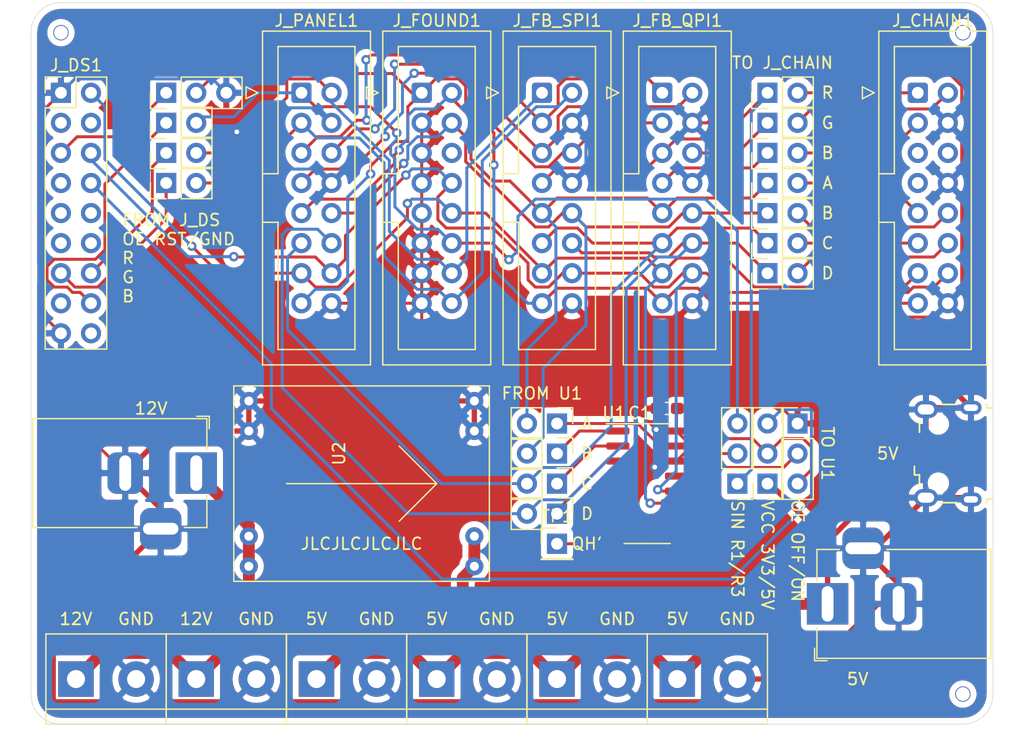
<source format=kicad_pcb>
(kicad_pcb (version 20171130) (host pcbnew 5.1.8+dfsg1-1+b1)
  (layers (0 F.Cu signal) (31 B.Cu signal) (34 B.Paste user) (35 F.Paste user) (36 B.SilkS user) (37 F.SilkS user) (38 B.Mask user) (39 F.Mask user) (44 Edge.Cuts user))
  (net 0 "")
  (net 1 VCC)
  (net 2 GND)
  (net 3 +12V)
  (net 4 +5V)
  (net 5 /R1_OUT)
  (net 6 /B1_OUT)
  (net 7 /A_OUT)
  (net 8 /C_OUT)
  (net 9 /CLK)
  (net 10 /OE)
  (net 11 /G1_OUT)
  (net 12 /B_OUT)
  (net 13 /D_OUT)
  (net 14 /LAT)
  (net 15 /RST)
  (net 16 +3V3)
  (net 17 /R2)
  (net 18 /B2)
  (net 19 /R3)
  (net 20 /B3)
  (net 21 /A)
  (net 22 /C)
  (net 23 /G2)
  (net 24 /G3)
  (net 25 /B)
  (net 26 /D)
  (net 27 /B1)
  (net 28 /G1)
  (net 29 /R1)
  (net 30 /SRIN)
  (net 31 "Net-(JP11-Pad1)")
  (net 32 "Net-(JP12-Pad1)")
  (net 33 "Net-(JP13-Pad1)")
  (net 34 "Net-(JP14-Pad1)")
  (net 35 "Net-(TP1-Pad1)")
  (net 36 /SIO3)
  (net 37 /SIO2)
  (net 38 /MOSI)
  (net 39 /U1_OE)
  (module Connector_IDC:IDC-Header_2x08_P2.54mm_Vertical (layer F.Cu) (at 106.68 91.44)
    (fp_text reference J_FB_QPI1 (at 1.27 -6.1) (layer F.SilkS))
    (fp_text value HUB75)
    (pad 1 thru_hole roundrect (at 0 0) (size 1.7 1.7) (drill 1) (layers *.Cu *.Mask) (roundrect_rratio 0.1470588235294118) (net 17 /R2))
    (pad 3 thru_hole circle (at 0 2.54) (size 1.7 1.7) (drill 1) (layers *.Cu *.Mask) (net 18 /B2))
    (pad 5 thru_hole circle (at 0 5.08) (size 1.7 1.7) (drill 1) (layers *.Cu *.Mask) (net 19 /R3))
    (pad 7 thru_hole circle (at 0 7.62) (size 1.7 1.7) (drill 1) (layers *.Cu *.Mask) (net 20 /B3))
    (pad 9 thru_hole circle (at 0 10.16) (size 1.7 1.7) (drill 1) (layers *.Cu *.Mask) (net 21 /A))
    (pad 11 thru_hole circle (at 0 12.7) (size 1.7 1.7) (drill 1) (layers *.Cu *.Mask) (net 22 /C))
    (pad 13 thru_hole circle (at 0 15.24) (size 1.7 1.7) (drill 1) (layers *.Cu *.Mask) (net 9 /CLK))
    (pad 15 thru_hole circle (at 0 17.78) (size 1.7 1.7) (drill 1) (layers *.Cu *.Mask) (net 10 /OE))
    (pad 2 thru_hole circle (at 2.54 0) (size 1.7 1.7) (drill 1) (layers *.Cu *.Mask) (net 23 /G2))
    (pad 4 thru_hole circle (at 2.54 2.54) (size 1.7 1.7) (drill 1) (layers *.Cu *.Mask) (net 2 GND))
    (pad 6 thru_hole circle (at 2.54 5.08) (size 1.7 1.7) (drill 1) (layers *.Cu *.Mask) (net 24 /G3))
    (pad 8 thru_hole circle (at 2.54 7.62) (size 1.7 1.7) (drill 1) (layers *.Cu *.Mask) (net 2 GND))
    (pad 10 thru_hole circle (at 2.54 10.16) (size 1.7 1.7) (drill 1) (layers *.Cu *.Mask) (net 25 /B))
    (pad 12 thru_hole circle (at 2.54 12.7) (size 1.7 1.7) (drill 1) (layers *.Cu *.Mask) (net 26 /D))
    (pad 14 thru_hole circle (at 2.54 15.24) (size 1.7 1.7) (drill 1) (layers *.Cu *.Mask) (net 14 /LAT))
    (pad 16 thru_hole circle (at 2.54 17.78) (size 1.7 1.7) (drill 1) (layers *.Cu *.Mask) (net 2 GND))
  )
  (module Capacitor_SMD:C_0603_1608Metric_Pad1.08x0.95mm_HandSolder (layer F.Cu) (at 107.0875 118.11 180)
    (fp_text reference C1 (at 2.3125 -0.381) (layer F.SilkS))
    (fp_text value 100n)
    (pad 1 smd roundrect (at -0.8625 0 180) (size 1.075 0.95) (layers F.Cu F.Paste F.Mask) (net 1 VCC))
    (pad 2 smd roundrect (at 0.8625 0 180) (size 1.075 0.95) (layers F.Cu F.Paste F.Mask) (net 2 GND))
  )
  (module usb_indicator_light:JLC_TOOLING_HOLE (layer F.Cu) (at 132.08 142.24)
    (fp_text reference H1 hide)
    (fp_text value MountingHole)
    (pad "" np_thru_hole circle (at 0 0) (size 1.3 1.3) (drill 1.152) (layers *.Cu *.Mask))
  )
  (module usb_indicator_light:JLC_TOOLING_HOLE (layer F.Cu) (at 55.88 86.36)
    (fp_text reference H2 hide)
    (fp_text value MountingHole)
    (pad "" np_thru_hole circle (at 0 0) (size 1.3 1.3) (drill 1.152) (layers *.Cu *.Mask))
  )
  (module TerminalBlock:TerminalBlock_bornier-2_P5.08mm (layer F.Cu) (at 57.15 140.97)
    (fp_text reference J1 hide)
    (fp_text value Screw_Terminal_01x02)
    (pad 2 thru_hole circle (at 5.08 0) (size 3 3) (drill 1.52) (layers *.Cu *.Mask) (net 2 GND))
    (pad 1 thru_hole rect (at 0 0) (size 3 3) (drill 1.52) (layers *.Cu *.Mask) (net 3 +12V))
  )
  (module TerminalBlock:TerminalBlock_bornier-2_P5.08mm (layer F.Cu) (at 67.31 140.97)
    (fp_text reference J2 hide)
    (fp_text value Screw_Terminal_01x02)
    (pad 1 thru_hole rect (at 0 0) (size 3 3) (drill 1.52) (layers *.Cu *.Mask) (net 3 +12V))
    (pad 2 thru_hole circle (at 5.08 0) (size 3 3) (drill 1.52) (layers *.Cu *.Mask) (net 2 GND))
  )
  (module Connector_BarrelJack:BarrelJack_Horizontal (layer F.Cu) (at 67.31 123.57)
    (fp_text reference J3 hide)
    (fp_text value Barrel_Jack_Switch)
    (pad 1 thru_hole rect (at 0 0) (size 3.5 3.5) (drill oval 1 3) (layers *.Cu *.Mask) (net 3 +12V))
    (pad 2 thru_hole roundrect (at -6 0) (size 3 3.5) (drill oval 1 3) (layers *.Cu *.Mask) (net 2 GND))
    (pad 3 thru_hole roundrect (at -3 4.7) (size 3.5 3.5) (drill oval 3 1) (layers *.Cu *.Mask) (net 2 GND))
  )
  (module TerminalBlock:TerminalBlock_bornier-2_P5.08mm (layer F.Cu) (at 97.79 140.97)
    (fp_text reference J4 hide)
    (fp_text value Screw_Terminal_01x02)
    (pad 2 thru_hole circle (at 5.08 0) (size 3 3) (drill 1.52) (layers *.Cu *.Mask) (net 2 GND))
    (pad 1 thru_hole rect (at 0 0) (size 3 3) (drill 1.52) (layers *.Cu *.Mask) (net 4 +5V))
  )
  (module TerminalBlock:TerminalBlock_bornier-2_P5.08mm (layer F.Cu) (at 107.95 140.97)
    (fp_text reference J5 hide)
    (fp_text value Screw_Terminal_01x02)
    (pad 1 thru_hole rect (at 0 0) (size 3 3) (drill 1.52) (layers *.Cu *.Mask) (net 4 +5V))
    (pad 2 thru_hole circle (at 5.08 0) (size 3 3) (drill 1.52) (layers *.Cu *.Mask) (net 2 GND))
  )
  (module Connector_BarrelJack:BarrelJack_Horizontal (layer F.Cu) (at 120.65 134.62 180)
    (fp_text reference J6 hide)
    (fp_text value Barrel_Jack_Switch)
    (pad 3 thru_hole roundrect (at -3 4.7 180) (size 3.5 3.5) (drill oval 3 1) (layers *.Cu *.Mask) (net 2 GND))
    (pad 2 thru_hole roundrect (at -6 0 180) (size 3 3.5) (drill oval 1 3) (layers *.Cu *.Mask) (net 2 GND))
    (pad 1 thru_hole rect (at 0 0 180) (size 3.5 3.5) (drill oval 1 3) (layers *.Cu *.Mask) (net 4 +5V))
  )
  (module TerminalBlock:TerminalBlock_bornier-2_P5.08mm (layer F.Cu) (at 87.63 140.97)
    (fp_text reference J7 hide)
    (fp_text value Screw_Terminal_01x02)
    (pad 2 thru_hole circle (at 5.08 0) (size 3 3) (drill 1.52) (layers *.Cu *.Mask) (net 2 GND))
    (pad 1 thru_hole rect (at 0 0) (size 3 3) (drill 1.52) (layers *.Cu *.Mask) (net 4 +5V))
  )
  (module TerminalBlock:TerminalBlock_bornier-2_P5.08mm (layer F.Cu) (at 77.47 140.97)
    (fp_text reference J8 hide)
    (fp_text value Screw_Terminal_01x02)
    (pad 1 thru_hole rect (at 0 0) (size 3 3) (drill 1.52) (layers *.Cu *.Mask) (net 4 +5V))
    (pad 2 thru_hole circle (at 5.08 0) (size 3 3) (drill 1.52) (layers *.Cu *.Mask) (net 2 GND))
  )
  (module Connector_USB:USB_Micro-B_Wuerth_629105150521 (layer F.Cu) (at 130.81 121.92 90)
    (fp_text reference J9 hide)
    (fp_text value USB_B_Micro)
    (pad 1 smd rect (at -1.3 -1.9 90) (size 0.45 1.3) (layers F.Cu F.Paste F.Mask) (net 4 +5V))
    (pad 2 smd rect (at -0.65 -1.9 90) (size 0.45 1.3) (layers F.Cu F.Paste F.Mask))
    (pad 3 smd rect (at 0 -1.9 90) (size 0.45 1.3) (layers F.Cu F.Paste F.Mask))
    (pad 4 smd rect (at 0.65 -1.9 90) (size 0.45 1.3) (layers F.Cu F.Paste F.Mask))
    (pad 5 smd rect (at 1.3 -1.9 90) (size 0.45 1.3) (layers F.Cu F.Paste F.Mask) (net 2 GND))
    (pad 6 thru_hole oval (at -3.725 -1.85 90) (size 1.45 2) (drill oval 0.85 1.4) (layers *.Cu *.Mask) (net 2 GND))
    (pad 6 thru_hole oval (at 3.725 -1.85 90) (size 1.45 2) (drill oval 0.85 1.4) (layers *.Cu *.Mask) (net 2 GND))
    (pad 6 thru_hole oval (at -3.875 1.95 90) (size 1.15 1.8) (drill oval 0.55 1.2) (layers *.Cu *.Mask) (net 2 GND))
    (pad 6 thru_hole oval (at 3.875 1.95 90) (size 1.15 1.8) (drill oval 0.55 1.2) (layers *.Cu *.Mask) (net 2 GND))
    (pad "" np_thru_hole oval (at -2.5 -0.8 90) (size 0.8 0.8) (drill 0.8) (layers *.Cu *.Mask))
    (pad "" np_thru_hole oval (at 2.5 -0.8 90) (size 0.8 0.8) (drill 0.8) (layers *.Cu *.Mask))
  )
  (module Connector_IDC:IDC-Header_2x08_P2.54mm_Vertical (layer F.Cu) (at 128.27 91.44)
    (fp_text reference J_CHAIN1 (at 1.27 -6.1) (layer F.SilkS))
    (fp_text value HUB75)
    (pad 1 thru_hole roundrect (at 0 0) (size 1.7 1.7) (drill 1) (layers *.Cu *.Mask) (roundrect_rratio 0.1470588235294118) (net 5 /R1_OUT))
    (pad 3 thru_hole circle (at 0 2.54) (size 1.7 1.7) (drill 1) (layers *.Cu *.Mask) (net 6 /B1_OUT))
    (pad 5 thru_hole circle (at 0 5.08) (size 1.7 1.7) (drill 1) (layers *.Cu *.Mask))
    (pad 7 thru_hole circle (at 0 7.62) (size 1.7 1.7) (drill 1) (layers *.Cu *.Mask))
    (pad 9 thru_hole circle (at 0 10.16) (size 1.7 1.7) (drill 1) (layers *.Cu *.Mask) (net 7 /A_OUT))
    (pad 11 thru_hole circle (at 0 12.7) (size 1.7 1.7) (drill 1) (layers *.Cu *.Mask) (net 8 /C_OUT))
    (pad 13 thru_hole circle (at 0 15.24) (size 1.7 1.7) (drill 1) (layers *.Cu *.Mask) (net 9 /CLK))
    (pad 15 thru_hole circle (at 0 17.78) (size 1.7 1.7) (drill 1) (layers *.Cu *.Mask) (net 10 /OE))
    (pad 2 thru_hole circle (at 2.54 0) (size 1.7 1.7) (drill 1) (layers *.Cu *.Mask) (net 11 /G1_OUT))
    (pad 4 thru_hole circle (at 2.54 2.54) (size 1.7 1.7) (drill 1) (layers *.Cu *.Mask) (net 2 GND))
    (pad 6 thru_hole circle (at 2.54 5.08) (size 1.7 1.7) (drill 1) (layers *.Cu *.Mask))
    (pad 8 thru_hole circle (at 2.54 7.62) (size 1.7 1.7) (drill 1) (layers *.Cu *.Mask) (net 2 GND))
    (pad 10 thru_hole circle (at 2.54 10.16) (size 1.7 1.7) (drill 1) (layers *.Cu *.Mask) (net 12 /B_OUT))
    (pad 12 thru_hole circle (at 2.54 12.7) (size 1.7 1.7) (drill 1) (layers *.Cu *.Mask) (net 13 /D_OUT))
    (pad 14 thru_hole circle (at 2.54 15.24) (size 1.7 1.7) (drill 1) (layers *.Cu *.Mask) (net 14 /LAT))
    (pad 16 thru_hole circle (at 2.54 17.78) (size 1.7 1.7) (drill 1) (layers *.Cu *.Mask) (net 2 GND))
  )
  (module Connector_PinHeader_2.54mm:PinHeader_2x09_P2.54mm_Vertical (layer F.Cu) (at 55.88 91.44)
    (fp_text reference J_DS1 (at 1.27 -2.33) (layer F.SilkS))
    (fp_text value DS_Card)
    (pad 1 thru_hole rect (at 0 0) (size 1.7 1.7) (drill 1) (layers *.Cu *.Mask) (net 2 GND))
    (pad 2 thru_hole oval (at 2.54 0) (size 1.7 1.7) (drill 1) (layers *.Cu *.Mask) (net 9 /CLK))
    (pad 3 thru_hole oval (at 0 2.54) (size 1.7 1.7) (drill 1) (layers *.Cu *.Mask))
    (pad 4 thru_hole oval (at 2.54 2.54) (size 1.7 1.7) (drill 1) (layers *.Cu *.Mask))
    (pad 5 thru_hole oval (at 0 5.08) (size 1.7 1.7) (drill 1) (layers *.Cu *.Mask) (net 15 /RST))
    (pad 6 thru_hole oval (at 2.54 5.08) (size 1.7 1.7) (drill 1) (layers *.Cu *.Mask) (net 14 /LAT))
    (pad 7 thru_hole oval (at 0 7.62) (size 1.7 1.7) (drill 1) (layers *.Cu *.Mask))
    (pad 8 thru_hole oval (at 2.54 7.62) (size 1.7 1.7) (drill 1) (layers *.Cu *.Mask) (net 16 +3V3))
    (pad 9 thru_hole oval (at 0 10.16) (size 1.7 1.7) (drill 1) (layers *.Cu *.Mask))
    (pad 10 thru_hole oval (at 2.54 10.16) (size 1.7 1.7) (drill 1) (layers *.Cu *.Mask))
    (pad 11 thru_hole oval (at 0 12.7) (size 1.7 1.7) (drill 1) (layers *.Cu *.Mask))
    (pad 12 thru_hole oval (at 2.54 12.7) (size 1.7 1.7) (drill 1) (layers *.Cu *.Mask))
    (pad 13 thru_hole oval (at 0 15.24) (size 1.7 1.7) (drill 1) (layers *.Cu *.Mask) (net 36 /SIO3))
    (pad 14 thru_hole oval (at 2.54 15.24) (size 1.7 1.7) (drill 1) (layers *.Cu *.Mask) (net 37 /SIO2))
    (pad 15 thru_hole oval (at 0 17.78) (size 1.7 1.7) (drill 1) (layers *.Cu *.Mask))
    (pad 16 thru_hole oval (at 2.54 17.78) (size 1.7 1.7) (drill 1) (layers *.Cu *.Mask) (net 38 /MOSI))
    (pad 17 thru_hole oval (at 0 20.32) (size 1.7 1.7) (drill 1) (layers *.Cu *.Mask) (net 2 GND))
    (pad 18 thru_hole oval (at 2.54 20.32) (size 1.7 1.7) (drill 1) (layers *.Cu *.Mask))
  )
  (module Connector_IDC:IDC-Header_2x08_P2.54mm_Vertical (layer F.Cu) (at 96.52 91.44)
    (fp_text reference J_FB_SPI1 (at 1.27 -6.1) (layer F.SilkS))
    (fp_text value HUB75)
    (pad 16 thru_hole circle (at 2.54 17.78) (size 1.7 1.7) (drill 1) (layers *.Cu *.Mask) (net 2 GND))
    (pad 14 thru_hole circle (at 2.54 15.24) (size 1.7 1.7) (drill 1) (layers *.Cu *.Mask) (net 14 /LAT))
    (pad 12 thru_hole circle (at 2.54 12.7) (size 1.7 1.7) (drill 1) (layers *.Cu *.Mask) (net 26 /D))
    (pad 10 thru_hole circle (at 2.54 10.16) (size 1.7 1.7) (drill 1) (layers *.Cu *.Mask) (net 25 /B))
    (pad 8 thru_hole circle (at 2.54 7.62) (size 1.7 1.7) (drill 1) (layers *.Cu *.Mask) (net 2 GND))
    (pad 6 thru_hole circle (at 2.54 5.08) (size 1.7 1.7) (drill 1) (layers *.Cu *.Mask) (net 18 /B2))
    (pad 4 thru_hole circle (at 2.54 2.54) (size 1.7 1.7) (drill 1) (layers *.Cu *.Mask) (net 2 GND))
    (pad 2 thru_hole circle (at 2.54 0) (size 1.7 1.7) (drill 1) (layers *.Cu *.Mask) (net 27 /B1))
    (pad 15 thru_hole circle (at 0 17.78) (size 1.7 1.7) (drill 1) (layers *.Cu *.Mask) (net 10 /OE))
    (pad 13 thru_hole circle (at 0 15.24) (size 1.7 1.7) (drill 1) (layers *.Cu *.Mask) (net 9 /CLK))
    (pad 11 thru_hole circle (at 0 12.7) (size 1.7 1.7) (drill 1) (layers *.Cu *.Mask) (net 22 /C))
    (pad 9 thru_hole circle (at 0 10.16) (size 1.7 1.7) (drill 1) (layers *.Cu *.Mask) (net 21 /A))
    (pad 7 thru_hole circle (at 0 7.62) (size 1.7 1.7) (drill 1) (layers *.Cu *.Mask) (net 19 /R3))
    (pad 5 thru_hole circle (at 0 5.08) (size 1.7 1.7) (drill 1) (layers *.Cu *.Mask) (net 23 /G2))
    (pad 3 thru_hole circle (at 0 2.54) (size 1.7 1.7) (drill 1) (layers *.Cu *.Mask) (net 17 /R2))
    (pad 1 thru_hole roundrect (at 0 0) (size 1.7 1.7) (drill 1) (layers *.Cu *.Mask) (roundrect_rratio 0.1470588235294118) (net 28 /G1))
  )
  (module Connector_IDC:IDC-Header_2x08_P2.54mm_Vertical (layer F.Cu) (at 86.36 91.44)
    (fp_text reference J_FOUND1 (at 1.27 -6.1) (layer F.SilkS))
    (fp_text value Found_LED_panel)
    (pad 16 thru_hole circle (at 2.54 17.78) (size 1.7 1.7) (drill 1) (layers *.Cu *.Mask) (net 27 /B1))
    (pad 14 thru_hole circle (at 2.54 15.24) (size 1.7 1.7) (drill 1) (layers *.Cu *.Mask) (net 28 /G1))
    (pad 12 thru_hole circle (at 2.54 12.7) (size 1.7 1.7) (drill 1) (layers *.Cu *.Mask) (net 29 /R1))
    (pad 10 thru_hole circle (at 2.54 10.16) (size 1.7 1.7) (drill 1) (layers *.Cu *.Mask) (net 9 /CLK))
    (pad 8 thru_hole circle (at 2.54 7.62) (size 1.7 1.7) (drill 1) (layers *.Cu *.Mask) (net 14 /LAT))
    (pad 6 thru_hole circle (at 2.54 5.08) (size 1.7 1.7) (drill 1) (layers *.Cu *.Mask))
    (pad 4 thru_hole circle (at 2.54 2.54) (size 1.7 1.7) (drill 1) (layers *.Cu *.Mask) (net 25 /B))
    (pad 2 thru_hole circle (at 2.54 0) (size 1.7 1.7) (drill 1) (layers *.Cu *.Mask) (net 21 /A))
    (pad 15 thru_hole circle (at 0 17.78) (size 1.7 1.7) (drill 1) (layers *.Cu *.Mask) (net 2 GND))
    (pad 13 thru_hole circle (at 0 15.24) (size 1.7 1.7) (drill 1) (layers *.Cu *.Mask) (net 2 GND))
    (pad 11 thru_hole circle (at 0 12.7) (size 1.7 1.7) (drill 1) (layers *.Cu *.Mask) (net 2 GND))
    (pad 9 thru_hole circle (at 0 10.16) (size 1.7 1.7) (drill 1) (layers *.Cu *.Mask) (net 2 GND))
    (pad 7 thru_hole circle (at 0 7.62) (size 1.7 1.7) (drill 1) (layers *.Cu *.Mask) (net 2 GND))
    (pad 5 thru_hole circle (at 0 5.08) (size 1.7 1.7) (drill 1) (layers *.Cu *.Mask) (net 2 GND))
    (pad 3 thru_hole circle (at 0 2.54) (size 1.7 1.7) (drill 1) (layers *.Cu *.Mask) (net 2 GND))
    (pad 1 thru_hole roundrect (at 0 0) (size 1.7 1.7) (drill 1) (layers *.Cu *.Mask) (roundrect_rratio 0.1470588235294118) (net 10 /OE))
  )
  (module Connector_IDC:IDC-Header_2x08_P2.54mm_Vertical (layer F.Cu) (at 76.2 91.44)
    (fp_text reference J_PANEL1 (at 1.27 -6.1) (layer F.SilkS))
    (fp_text value HUB75)
    (pad 1 thru_hole roundrect (at 0 0) (size 1.7 1.7) (drill 1) (layers *.Cu *.Mask) (roundrect_rratio 0.1470588235294118) (net 29 /R1))
    (pad 3 thru_hole circle (at 0 2.54) (size 1.7 1.7) (drill 1) (layers *.Cu *.Mask) (net 27 /B1))
    (pad 5 thru_hole circle (at 0 5.08) (size 1.7 1.7) (drill 1) (layers *.Cu *.Mask) (net 17 /R2))
    (pad 7 thru_hole circle (at 0 7.62) (size 1.7 1.7) (drill 1) (layers *.Cu *.Mask) (net 18 /B2))
    (pad 9 thru_hole circle (at 0 10.16) (size 1.7 1.7) (drill 1) (layers *.Cu *.Mask) (net 21 /A))
    (pad 11 thru_hole circle (at 0 12.7) (size 1.7 1.7) (drill 1) (layers *.Cu *.Mask) (net 22 /C))
    (pad 13 thru_hole circle (at 0 15.24) (size 1.7 1.7) (drill 1) (layers *.Cu *.Mask) (net 9 /CLK))
    (pad 15 thru_hole circle (at 0 17.78) (size 1.7 1.7) (drill 1) (layers *.Cu *.Mask) (net 10 /OE))
    (pad 2 thru_hole circle (at 2.54 0) (size 1.7 1.7) (drill 1) (layers *.Cu *.Mask) (net 28 /G1))
    (pad 4 thru_hole circle (at 2.54 2.54) (size 1.7 1.7) (drill 1) (layers *.Cu *.Mask) (net 2 GND))
    (pad 6 thru_hole circle (at 2.54 5.08) (size 1.7 1.7) (drill 1) (layers *.Cu *.Mask) (net 23 /G2))
    (pad 8 thru_hole circle (at 2.54 7.62) (size 1.7 1.7) (drill 1) (layers *.Cu *.Mask) (net 2 GND))
    (pad 10 thru_hole circle (at 2.54 10.16) (size 1.7 1.7) (drill 1) (layers *.Cu *.Mask) (net 25 /B))
    (pad 12 thru_hole circle (at 2.54 12.7) (size 1.7 1.7) (drill 1) (layers *.Cu *.Mask) (net 26 /D))
    (pad 14 thru_hole circle (at 2.54 15.24) (size 1.7 1.7) (drill 1) (layers *.Cu *.Mask) (net 14 /LAT))
    (pad 16 thru_hole circle (at 2.54 17.78) (size 1.7 1.7) (drill 1) (layers *.Cu *.Mask) (net 2 GND))
  )
  (module Package_SO:SOIC-16_3.9x9.9mm_P1.27mm (layer F.Cu) (at 105.41 124.46)
    (fp_text reference U1 (at -2.794 -5.969) (layer F.SilkS))
    (fp_text value 74HC595)
    (pad 1 smd roundrect (at -2.475 -4.445) (size 1.95 0.6) (layers F.Cu F.Paste F.Mask) (net 32 "Net-(JP12-Pad1)"))
    (pad 2 smd roundrect (at -2.475 -3.175) (size 1.95 0.6) (layers F.Cu F.Paste F.Mask) (net 33 "Net-(JP13-Pad1)"))
    (pad 3 smd roundrect (at -2.475 -1.905) (size 1.95 0.6) (layers F.Cu F.Paste F.Mask) (net 34 "Net-(JP14-Pad1)"))
    (pad 4 smd roundrect (at -2.475 -0.635) (size 1.95 0.6) (layers F.Cu F.Paste F.Mask))
    (pad 5 smd roundrect (at -2.475 0.635) (size 1.95 0.6) (layers F.Cu F.Paste F.Mask))
    (pad 6 smd roundrect (at -2.475 1.905) (size 1.95 0.6) (layers F.Cu F.Paste F.Mask))
    (pad 7 smd roundrect (at -2.475 3.175) (size 1.95 0.6) (layers F.Cu F.Paste F.Mask))
    (pad 8 smd roundrect (at -2.475 4.445) (size 1.95 0.6) (layers F.Cu F.Paste F.Mask) (net 2 GND))
    (pad 9 smd roundrect (at 2.475 4.445) (size 1.95 0.6) (layers F.Cu F.Paste F.Mask) (net 35 "Net-(TP1-Pad1)"))
    (pad 10 smd roundrect (at 2.475 3.175) (size 1.95 0.6) (layers F.Cu F.Paste F.Mask) (net 2 GND))
    (pad 11 smd roundrect (at 2.475 1.905) (size 1.95 0.6) (layers F.Cu F.Paste F.Mask) (net 9 /CLK))
    (pad 12 smd roundrect (at 2.475 0.635) (size 1.95 0.6) (layers F.Cu F.Paste F.Mask) (net 14 /LAT))
    (pad 13 smd roundrect (at 2.475 -0.635) (size 1.95 0.6) (layers F.Cu F.Paste F.Mask) (net 39 /U1_OE))
    (pad 14 smd roundrect (at 2.475 -1.905) (size 1.95 0.6) (layers F.Cu F.Paste F.Mask) (net 30 /SRIN))
    (pad 15 smd roundrect (at 2.475 -3.175) (size 1.95 0.6) (layers F.Cu F.Paste F.Mask) (net 31 "Net-(JP11-Pad1)"))
    (pad 16 smd roundrect (at 2.475 -4.445) (size 1.95 0.6) (layers F.Cu F.Paste F.Mask) (net 1 VCC))
  )
  (module ebay_special_dcdc:ebay_special_dcdc (layer F.Cu) (at 81.28 124.46 270)
    (fp_text reference U2 (at -2.54 1.905 90) (layer F.SilkS))
    (fp_text value "EBay special DCDC")
    (pad 2 thru_hole circle (at -6.985 9.525 270) (size 1.524 1.524) (drill 0.762) (layers *.Cu *.Mask) (net 2 GND))
    (pad 2 thru_hole circle (at -4.445 9.525 270) (size 1.524 1.524) (drill 0.762) (layers *.Cu *.Mask) (net 2 GND))
    (pad 1 thru_hole circle (at 4.445 9.525 270) (size 1.524 1.524) (drill 0.762) (layers *.Cu *.Mask) (net 3 +12V))
    (pad 1 thru_hole circle (at 6.985 9.525 270) (size 1.524 1.524) (drill 0.762) (layers *.Cu *.Mask) (net 3 +12V))
    (pad 2 thru_hole circle (at -6.985 -9.525 270) (size 1.524 1.524) (drill 0.762) (layers *.Cu *.Mask) (net 2 GND))
    (pad 2 thru_hole circle (at -4.445 -9.525 270) (size 1.524 1.524) (drill 0.762) (layers *.Cu *.Mask) (net 2 GND))
    (pad 3 thru_hole circle (at 4.445 -9.525 270) (size 1.524 1.524) (drill 0.762) (layers *.Cu *.Mask) (net 4 +5V))
    (pad 3 thru_hole circle (at 6.985 -9.525 270) (size 1.524 1.524) (drill 0.762) (layers *.Cu *.Mask) (net 4 +5V))
  )
  (module usb_indicator_light:JLC_TOOLING_HOLE (layer F.Cu) (at 132.08 86.36)
    (fp_text reference H3 hide)
    (fp_text value MountingHole)
    (pad "" np_thru_hole circle (at 0 0) (size 1.3 1.3) (drill 1.152) (layers *.Cu *.Mask))
  )
  (module Connector_PinHeader_2.54mm:PinHeader_1x02_P2.54mm_Vertical (layer F.Cu) (at 64.77 99.06 90)
    (fp_text reference JP1 hide)
    (fp_text value Jumper_2_Bridged)
    (pad 2 thru_hole oval (at 0 2.54 90) (size 1.7 1.7) (drill 1) (layers *.Cu *.Mask) (net 27 /B1))
    (pad 1 thru_hole rect (at 0 0 90) (size 1.7 1.7) (drill 1) (layers *.Cu *.Mask) (net 36 /SIO3))
  )
  (module Connector_PinHeader_2.54mm:PinHeader_1x02_P2.54mm_Vertical (layer F.Cu) (at 64.77 96.52 90)
    (fp_text reference JP2 hide)
    (fp_text value Jumper_2_Bridged)
    (pad 1 thru_hole rect (at 0 0 90) (size 1.7 1.7) (drill 1) (layers *.Cu *.Mask) (net 37 /SIO2))
    (pad 2 thru_hole oval (at 0 2.54 90) (size 1.7 1.7) (drill 1) (layers *.Cu *.Mask) (net 28 /G1))
  )
  (module Connector_PinHeader_2.54mm:PinHeader_1x02_P2.54mm_Vertical (layer F.Cu) (at 64.77 93.98 90)
    (fp_text reference JP3 hide)
    (fp_text value Jumper_2_Bridged)
    (pad 2 thru_hole oval (at 0 2.54 90) (size 1.7 1.7) (drill 1) (layers *.Cu *.Mask) (net 29 /R1))
    (pad 1 thru_hole rect (at 0 0 90) (size 1.7 1.7) (drill 1) (layers *.Cu *.Mask) (net 38 /MOSI))
  )
  (module Connector_PinHeader_2.54mm:PinHeader_1x02_P2.54mm_Vertical (layer F.Cu) (at 115.57 91.44 90)
    (fp_text reference JP4 hide)
    (fp_text value Jumper_2_Bridged)
    (pad 1 thru_hole rect (at 0 0 90) (size 1.7 1.7) (drill 1) (layers *.Cu *.Mask) (net 19 /R3))
    (pad 2 thru_hole oval (at 0 2.54 90) (size 1.7 1.7) (drill 1) (layers *.Cu *.Mask) (net 5 /R1_OUT))
  )
  (module Connector_PinHeader_2.54mm:PinHeader_1x02_P2.54mm_Vertical (layer F.Cu) (at 115.57 93.98 90)
    (fp_text reference JP5 hide)
    (fp_text value Jumper_2_Bridged)
    (pad 2 thru_hole oval (at 0 2.54 90) (size 1.7 1.7) (drill 1) (layers *.Cu *.Mask) (net 11 /G1_OUT))
    (pad 1 thru_hole rect (at 0 0 90) (size 1.7 1.7) (drill 1) (layers *.Cu *.Mask) (net 24 /G3))
  )
  (module Connector_PinHeader_2.54mm:PinHeader_1x02_P2.54mm_Vertical (layer F.Cu) (at 115.57 96.52 90)
    (fp_text reference JP6 hide)
    (fp_text value Jumper_2_Bridged)
    (pad 1 thru_hole rect (at 0 0 90) (size 1.7 1.7) (drill 1) (layers *.Cu *.Mask) (net 20 /B3))
    (pad 2 thru_hole oval (at 0 2.54 90) (size 1.7 1.7) (drill 1) (layers *.Cu *.Mask) (net 6 /B1_OUT))
  )
  (module Connector_PinHeader_2.54mm:PinHeader_1x03_P2.54mm_Vertical (layer F.Cu) (at 115.57 124.46 180)
    (fp_text reference JP7 hide)
    (fp_text value Jumper_3_Bridged12)
    (pad 1 thru_hole rect (at 0 0 180) (size 1.7 1.7) (drill 1) (layers *.Cu *.Mask) (net 4 +5V))
    (pad 2 thru_hole oval (at 0 2.54 180) (size 1.7 1.7) (drill 1) (layers *.Cu *.Mask) (net 1 VCC))
    (pad 3 thru_hole oval (at 0 5.08 180) (size 1.7 1.7) (drill 1) (layers *.Cu *.Mask) (net 16 +3V3))
  )
  (module Connector_PinHeader_2.54mm:PinHeader_1x03_P2.54mm_Vertical (layer F.Cu) (at 118.11 119.38)
    (fp_text reference JP8 hide)
    (fp_text value Jumper_3_Bridged12)
    (pad 3 thru_hole oval (at 0 5.08) (size 1.7 1.7) (drill 1) (layers *.Cu *.Mask) (net 1 VCC))
    (pad 2 thru_hole oval (at 0 2.54) (size 1.7 1.7) (drill 1) (layers *.Cu *.Mask) (net 39 /U1_OE))
    (pad 1 thru_hole rect (at 0 0) (size 1.7 1.7) (drill 1) (layers *.Cu *.Mask) (net 2 GND))
  )
  (module Connector_PinHeader_2.54mm:PinHeader_1x03_P2.54mm_Vertical (layer F.Cu) (at 113.03 124.46 180)
    (fp_text reference JP9 hide)
    (fp_text value Jumper_3_Bridged12)
    (pad 1 thru_hole rect (at 0 0 180) (size 1.7 1.7) (drill 1) (layers *.Cu *.Mask) (net 19 /R3))
    (pad 2 thru_hole oval (at 0 2.54 180) (size 1.7 1.7) (drill 1) (layers *.Cu *.Mask) (net 30 /SRIN))
    (pad 3 thru_hole oval (at 0 5.08 180) (size 1.7 1.7) (drill 1) (layers *.Cu *.Mask) (net 29 /R1))
  )
  (module Connector_PinHeader_2.54mm:PinHeader_1x03_P2.54mm_Vertical (layer F.Cu) (at 64.77 91.44 90)
    (fp_text reference JP10 hide)
    (fp_text value Jumper_3_Bridged12)
    (pad 3 thru_hole oval (at 0 5.08 90) (size 1.7 1.7) (drill 1) (layers *.Cu *.Mask) (net 2 GND))
    (pad 2 thru_hole oval (at 0 2.54 90) (size 1.7 1.7) (drill 1) (layers *.Cu *.Mask) (net 10 /OE))
    (pad 1 thru_hole rect (at 0 0 90) (size 1.7 1.7) (drill 1) (layers *.Cu *.Mask) (net 15 /RST))
  )
  (module Connector_PinHeader_2.54mm:PinHeader_1x02_P2.54mm_Vertical (layer F.Cu) (at 97.79 119.38 270)
    (fp_text reference JP11 hide)
    (fp_text value Jumper_2_Bridged)
    (pad 1 thru_hole rect (at 0 0 270) (size 1.7 1.7) (drill 1) (layers *.Cu *.Mask) (net 31 "Net-(JP11-Pad1)"))
    (pad 2 thru_hole oval (at 0 2.54 270) (size 1.7 1.7) (drill 1) (layers *.Cu *.Mask) (net 21 /A))
  )
  (module Connector_PinHeader_2.54mm:PinHeader_1x02_P2.54mm_Vertical (layer F.Cu) (at 97.79 121.92 270)
    (fp_text reference JP12 hide)
    (fp_text value Jumper_2_Bridged)
    (pad 2 thru_hole oval (at 0 2.54 270) (size 1.7 1.7) (drill 1) (layers *.Cu *.Mask) (net 25 /B))
    (pad 1 thru_hole rect (at 0 0 270) (size 1.7 1.7) (drill 1) (layers *.Cu *.Mask) (net 32 "Net-(JP12-Pad1)"))
  )
  (module Connector_PinHeader_2.54mm:PinHeader_1x02_P2.54mm_Vertical (layer F.Cu) (at 97.79 124.46 270)
    (fp_text reference JP13 hide)
    (fp_text value Jumper_2_Bridged)
    (pad 1 thru_hole rect (at 0 0 270) (size 1.7 1.7) (drill 1) (layers *.Cu *.Mask) (net 33 "Net-(JP13-Pad1)"))
    (pad 2 thru_hole oval (at 0 2.54 270) (size 1.7 1.7) (drill 1) (layers *.Cu *.Mask) (net 22 /C))
  )
  (module Connector_PinHeader_2.54mm:PinHeader_1x02_P2.54mm_Vertical (layer F.Cu) (at 97.79 127 270)
    (fp_text reference JP14 hide)
    (fp_text value Jumper_2_Bridged)
    (pad 2 thru_hole oval (at 0 2.54 270) (size 1.7 1.7) (drill 1) (layers *.Cu *.Mask) (net 26 /D))
    (pad 1 thru_hole rect (at 0 0 270) (size 1.7 1.7) (drill 1) (layers *.Cu *.Mask) (net 34 "Net-(JP14-Pad1)"))
  )
  (module Connector_PinHeader_2.54mm:PinHeader_1x02_P2.54mm_Vertical (layer F.Cu) (at 115.57 99.06 90)
    (fp_text reference JP15 hide)
    (fp_text value Jumper_2_Bridged)
    (pad 2 thru_hole oval (at 0 2.54 90) (size 1.7 1.7) (drill 1) (layers *.Cu *.Mask) (net 7 /A_OUT))
    (pad 1 thru_hole rect (at 0 0 90) (size 1.7 1.7) (drill 1) (layers *.Cu *.Mask) (net 21 /A))
  )
  (module Connector_PinHeader_2.54mm:PinHeader_1x02_P2.54mm_Vertical (layer F.Cu) (at 115.57 101.6 90)
    (fp_text reference JP16 hide)
    (fp_text value Jumper_2_Bridged)
    (pad 1 thru_hole rect (at 0 0 90) (size 1.7 1.7) (drill 1) (layers *.Cu *.Mask) (net 25 /B))
    (pad 2 thru_hole oval (at 0 2.54 90) (size 1.7 1.7) (drill 1) (layers *.Cu *.Mask) (net 12 /B_OUT))
  )
  (module Connector_PinHeader_2.54mm:PinHeader_1x02_P2.54mm_Vertical (layer F.Cu) (at 115.57 104.14 90)
    (fp_text reference JP17 hide)
    (fp_text value Jumper_2_Bridged)
    (pad 2 thru_hole oval (at 0 2.54 90) (size 1.7 1.7) (drill 1) (layers *.Cu *.Mask) (net 8 /C_OUT))
    (pad 1 thru_hole rect (at 0 0 90) (size 1.7 1.7) (drill 1) (layers *.Cu *.Mask) (net 22 /C))
  )
  (module Connector_PinHeader_2.54mm:PinHeader_1x02_P2.54mm_Vertical (layer F.Cu) (at 115.57 106.68 90)
    (fp_text reference JP18 hide)
    (fp_text value Jumper_2_Bridged)
    (pad 1 thru_hole rect (at 0 0 90) (size 1.7 1.7) (drill 1) (layers *.Cu *.Mask) (net 26 /D))
    (pad 2 thru_hole oval (at 0 2.54 90) (size 1.7 1.7) (drill 1) (layers *.Cu *.Mask) (net 13 /D_OUT))
  )
  (module Connector_PinHeader_2.54mm:PinHeader_1x01_P2.54mm_Vertical (layer F.Cu) (at 97.79 129.54)
    (fp_text reference TP1 (at 0 -2.33) (layer F.SilkS))
    (fp_text value TestPoint)
    (pad 1 thru_hole rect (at 0 0) (size 1.7 1.7) (drill 1) (layers *.Cu *.Mask) (net 35 "Net-(TP1-Pad1)"))
  )
  (gr_text JLCJLCJLCJLC (at 81.28 129.54) (layer F.SilkS) (effects (font (size 1 1))))
  (gr_text "TO U1" (at 120.65 121.92 270) (layer F.SilkS) (effects (font (size 1 1))))
  (gr_text "SIN R1/R3" (at 113.03 125.79 -90) (layer F.SilkS) (effects (font (size 1 1)) (justify left)))
  (gr_text "VCC 3V3/5V" (at 115.57 125.79 -90) (layer F.SilkS) (effects (font (size 1 1)) (justify left)))
  (gr_text "OE OFF/ON" (at 118.11 125.73 270) (layer F.SilkS) (effects (font (size 1 1)) (justify left)))
  (gr_text "FROM J_DS\nOE RST/GND\nR\nG\nB" (at 60.96 105.41) (layer F.SilkS) (effects (font (size 1 1)) (justify left)))
  (gr_text D (at 120.65 106.68) (layer F.SilkS) (effects (font (size 1 1))))
  (gr_text C (at 120.65 104.14) (layer F.SilkS) (effects (font (size 1 1))))
  (gr_text B (at 120.65 101.6) (layer F.SilkS) (effects (font (size 1 1))))
  (gr_text A (at 120.65 99.06) (layer F.SilkS) (effects (font (size 1 1))))
  (gr_text B (at 120.65 96.52) (layer F.SilkS) (effects (font (size 1 1))))
  (gr_text G (at 120.65 93.98) (layer F.SilkS) (effects (font (size 1 1))))
  (gr_text R (at 120.65 91.44) (layer F.SilkS) (effects (font (size 1 1))))
  (gr_text "TO J_CHAIN" (at 116.84 88.9) (layer F.SilkS) (effects (font (size 1 1))))
  (gr_text 12V (at 63.5 118.11) (layer F.SilkS) (effects (font (size 1 1))))
  (gr_text 12V (at 57.15 135.89) (layer F.SilkS) (effects (font (size 1 1))))
  (gr_text 12V (at 67.31 135.89) (layer F.SilkS) (effects (font (size 1 1))))
  (gr_text GND (at 62.23 135.89) (layer F.SilkS) (effects (font (size 1 1))))
  (gr_text GND (at 72.39 135.89) (layer F.SilkS) (effects (font (size 1 1))))
  (gr_text GND (at 82.55 135.89) (layer F.SilkS) (effects (font (size 1 1))))
  (gr_text GND (at 92.71 135.89) (layer F.SilkS) (effects (font (size 1 1))))
  (gr_text GND (at 102.87 135.89) (layer F.SilkS) (effects (font (size 1 1))))
  (gr_text GND (at 113.03 135.89) (layer F.SilkS) (effects (font (size 1 1))))
  (gr_text 5V (at 77.47 135.89) (layer F.SilkS) (effects (font (size 1 1))))
  (gr_text 5V (at 87.63 135.89) (layer F.SilkS) (effects (font (size 1 1))))
  (gr_text 5V (at 97.79 135.89) (layer F.SilkS) (effects (font (size 1 1))))
  (gr_text 5V (at 107.95 135.89) (layer F.SilkS) (effects (font (size 1 1))))
  (gr_text 5V (at 125.73 121.92) (layer F.SilkS) (effects (font (size 1 1))))
  (gr_text 5V (at 123.19 140.97) (layer F.SilkS) (effects (font (size 1 1))))
  (gr_text QH' (at 100.33 129.54) (layer F.SilkS) (effects (font (size 1 1))))
  (gr_text "FROM U1" (at 96.52 116.84) (layer F.SilkS) (effects (font (size 1 1))))
  (gr_text D (at 100.33 127) (layer F.SilkS) (effects (font (size 1 1))))
  (gr_text C (at 100.33 124.46) (layer F.SilkS) (effects (font (size 1 1))))
  (gr_text B (at 100.33 121.92) (layer F.SilkS) (effects (font (size 1 1))))
  (gr_text A (at 100.33 119.38) (layer F.SilkS) (effects (font (size 1 1))))
  (gr_line (start 134.62 142.24) (end 134.62 86.36) (layer Edge.Cuts) (width 0.05))
  (gr_line (start 55.88 144.78) (end 132.08 144.78) (layer Edge.Cuts) (width 0.05))
  (gr_line (start 53.34 86.36) (end 53.34 142.24) (layer Edge.Cuts) (width 0.05))
  (gr_line (start 132.08 83.82) (end 55.88 83.82) (layer Edge.Cuts) (width 0.05))
  (gr_arc (start 132.08 86.36) (end 134.62 86.36) (angle -90) (layer Edge.Cuts) (width 0.05))
  (gr_arc (start 132.08 142.24) (end 132.08 144.78) (angle -90) (layer Edge.Cuts) (width 0.05))
  (gr_arc (start 55.88 142.24) (end 53.34 142.24) (angle -90) (layer Edge.Cuts) (width 0.05))
  (gr_arc (start 55.88 86.36) (end 55.88 83.82) (angle -90) (layer Edge.Cuts) (width 0.05))
  (segment (start 115.57 121.92) (end 116.84 120.65) (width 0.25) (layer F.Cu) (net 1))
  (segment (start 119.285001 121.355999) (end 119.285001 123.284999) (width 0.25) (layer F.Cu) (net 1))
  (segment (start 118.579002 120.65) (end 119.285001 121.355999) (width 0.25) (layer F.Cu) (net 1))
  (segment (start 119.285001 123.284999) (end 118.11 124.46) (width 0.25) (layer F.Cu) (net 1))
  (segment (start 116.84 120.65) (end 118.579002 120.65) (width 0.25) (layer F.Cu) (net 1))
  (segment (start 114.30999 120.65999) (end 108.52999 120.65999) (width 0.25) (layer F.Cu) (net 1))
  (segment (start 108.52999 120.65999) (end 107.885 120.015) (width 0.25) (layer F.Cu) (net 1))
  (segment (start 115.57 121.92) (end 114.30999 120.65999) (width 0.25) (layer F.Cu) (net 1))
  (segment (start 107.885 118.175) (end 107.95 118.11) (width 0.25) (layer F.Cu) (net 1))
  (segment (start 107.885 120.015) (end 107.885 118.175) (width 0.25) (layer F.Cu) (net 1))
  (segment (start 70.464999 142.895001) (end 72.39 140.97) (width 0.45) (layer F.Cu) (net 2))
  (segment (start 64.155001 142.895001) (end 70.464999 142.895001) (width 0.45) (layer F.Cu) (net 2))
  (segment (start 62.23 140.97) (end 64.155001 142.895001) (width 0.45) (layer F.Cu) (net 2))
  (segment (start 80.624999 142.895001) (end 82.55 140.97) (width 0.45) (layer F.Cu) (net 2))
  (segment (start 74.315001 142.895001) (end 80.624999 142.895001) (width 0.45) (layer F.Cu) (net 2))
  (segment (start 72.39 140.97) (end 74.315001 142.895001) (width 0.45) (layer F.Cu) (net 2))
  (segment (start 90.784999 142.895001) (end 92.71 140.97) (width 0.45) (layer F.Cu) (net 2))
  (segment (start 84.475001 142.895001) (end 90.784999 142.895001) (width 0.45) (layer F.Cu) (net 2))
  (segment (start 82.55 140.97) (end 84.475001 142.895001) (width 0.45) (layer F.Cu) (net 2))
  (segment (start 100.944999 142.895001) (end 102.87 140.97) (width 0.45) (layer F.Cu) (net 2))
  (segment (start 94.635001 142.895001) (end 100.944999 142.895001) (width 0.45) (layer F.Cu) (net 2))
  (segment (start 92.71 140.97) (end 94.635001 142.895001) (width 0.45) (layer F.Cu) (net 2))
  (segment (start 111.104999 142.895001) (end 113.03 140.97) (width 0.45) (layer F.Cu) (net 2))
  (segment (start 104.795001 142.895001) (end 111.104999 142.895001) (width 0.45) (layer F.Cu) (net 2))
  (segment (start 102.87 140.97) (end 104.795001 142.895001) (width 0.45) (layer F.Cu) (net 2))
  (segment (start 124.915002 134.62) (end 126.65 134.62) (width 0.45) (layer F.Cu) (net 2))
  (segment (start 118.565002 140.97) (end 124.915002 134.62) (width 0.45) (layer F.Cu) (net 2))
  (segment (start 113.03 140.97) (end 118.565002 140.97) (width 0.45) (layer F.Cu) (net 2))
  (segment (start 126.65 132.92) (end 123.65 129.92) (width 0.45) (layer F.Cu) (net 2))
  (segment (start 126.65 134.62) (end 126.65 132.92) (width 0.45) (layer F.Cu) (net 2))
  (segment (start 124.685 129.92) (end 128.96 125.645) (width 0.45) (layer F.Cu) (net 2))
  (segment (start 123.65 129.92) (end 124.685 129.92) (width 0.45) (layer F.Cu) (net 2))
  (segment (start 132.61 125.645) (end 132.76 125.795) (width 0.45) (layer F.Cu) (net 2))
  (segment (start 128.96 125.645) (end 132.61 125.645) (width 0.45) (layer F.Cu) (net 2))
  (segment (start 132.76 125.795) (end 132.76 118.045) (width 0.45) (layer F.Cu) (net 2))
  (segment (start 129.11 118.045) (end 128.96 118.195) (width 0.45) (layer F.Cu) (net 2))
  (segment (start 132.76 118.045) (end 129.11 118.045) (width 0.45) (layer F.Cu) (net 2))
  (segment (start 128.96 120.57) (end 128.91 120.62) (width 0.45) (layer F.Cu) (net 2))
  (segment (start 128.96 118.195) (end 128.96 120.57) (width 0.45) (layer F.Cu) (net 2))
  (segment (start 71.755 117.475) (end 71.755 120.015) (width 0.45) (layer F.Cu) (net 2))
  (segment (start 71.755 117.475) (end 90.805 117.475) (width 0.45) (layer F.Cu) (net 2))
  (segment (start 90.805 117.475) (end 90.805 120.015) (width 0.45) (layer F.Cu) (net 2))
  (segment (start 105.18 127.635) (end 107.885 127.635) (width 0.25) (layer F.Cu) (net 2))
  (segment (start 103.91 128.905) (end 105.18 127.635) (width 0.25) (layer F.Cu) (net 2))
  (segment (start 102.935 128.905) (end 103.91 128.905) (width 0.25) (layer F.Cu) (net 2))
  (segment (start 64.31 126.57) (end 61.31 123.57) (width 0.45) (layer F.Cu) (net 2))
  (segment (start 64.31 128.27) (end 64.31 126.57) (width 0.45) (layer F.Cu) (net 2))
  (segment (start 64.865 120.015) (end 71.755 120.015) (width 0.45) (layer F.Cu) (net 2))
  (segment (start 61.31 123.57) (end 64.865 120.015) (width 0.45) (layer F.Cu) (net 2))
  (segment (start 55.224999 137.355001) (end 64.31 128.27) (width 0.45) (layer F.Cu) (net 2))
  (segment (start 55.224999 142.810001) (end 55.224999 137.355001) (width 0.45) (layer F.Cu) (net 2))
  (segment (start 55.309999 142.895001) (end 55.224999 142.810001) (width 0.45) (layer F.Cu) (net 2))
  (segment (start 60.304999 142.895001) (end 55.309999 142.895001) (width 0.45) (layer F.Cu) (net 2))
  (segment (start 62.23 140.97) (end 60.304999 142.895001) (width 0.45) (layer F.Cu) (net 2))
  (segment (start 132.085001 97.784999) (end 130.81 99.06) (width 0.45) (layer F.Cu) (net 2))
  (segment (start 132.085001 95.255001) (end 132.085001 97.784999) (width 0.45) (layer F.Cu) (net 2))
  (segment (start 130.81 93.98) (end 132.085001 95.255001) (width 0.45) (layer F.Cu) (net 2))
  (segment (start 132.085001 107.944999) (end 130.81 109.22) (width 0.45) (layer F.Cu) (net 2))
  (segment (start 132.085001 100.335001) (end 132.085001 107.944999) (width 0.45) (layer F.Cu) (net 2))
  (segment (start 130.81 99.06) (end 132.085001 100.335001) (width 0.45) (layer F.Cu) (net 2))
  (segment (start 131.659999 110.069999) (end 131.659999 116.944999) (width 0.45) (layer F.Cu) (net 2))
  (segment (start 131.659999 116.944999) (end 132.76 118.045) (width 0.45) (layer F.Cu) (net 2))
  (segment (start 130.81 109.22) (end 131.659999 110.069999) (width 0.45) (layer F.Cu) (net 2))
  (segment (start 129.634999 110.395001) (end 130.81 109.22) (width 0.25) (layer F.Cu) (net 2))
  (segment (start 110.395001 110.395001) (end 129.634999 110.395001) (width 0.25) (layer F.Cu) (net 2))
  (segment (start 109.22 109.22) (end 110.395001 110.395001) (width 0.25) (layer F.Cu) (net 2))
  (segment (start 109.22 93.98) (end 110.49 93.98) (width 0.25) (layer F.Cu) (net 2))
  (segment (start 110.49 93.98) (end 115.57 88.9) (width 0.25) (layer F.Cu) (net 2))
  (segment (start 131.985001 92.804999) (end 130.81 93.98) (width 0.25) (layer F.Cu) (net 2))
  (segment (start 130.009002 88.9) (end 131.985001 90.875999) (width 0.25) (layer F.Cu) (net 2))
  (segment (start 131.985001 90.875999) (end 131.985001 92.804999) (width 0.25) (layer F.Cu) (net 2))
  (segment (start 115.57 88.9) (end 130.009002 88.9) (width 0.25) (layer F.Cu) (net 2))
  (segment (start 108.044999 110.395001) (end 109.22 109.22) (width 0.25) (layer F.Cu) (net 2))
  (segment (start 100.235001 110.395001) (end 108.044999 110.395001) (width 0.25) (layer F.Cu) (net 2))
  (segment (start 99.06 109.22) (end 100.235001 110.395001) (width 0.25) (layer F.Cu) (net 2))
  (segment (start 86.36 93.98) (end 86.36 96.52) (width 0.25) (layer F.Cu) (net 2))
  (segment (start 86.36 96.52) (end 86.36 99.06) (width 0.25) (layer F.Cu) (net 2))
  (segment (start 86.36 99.06) (end 86.36 101.6) (width 0.25) (layer F.Cu) (net 2))
  (segment (start 86.36 101.6) (end 86.36 104.14) (width 0.25) (layer F.Cu) (net 2))
  (segment (start 86.36 104.14) (end 86.36 106.68) (width 0.25) (layer F.Cu) (net 2))
  (segment (start 86.36 106.68) (end 86.36 109.22) (width 0.25) (layer F.Cu) (net 2))
  (segment (start 86.36 113.03) (end 90.805 117.475) (width 0.25) (layer F.Cu) (net 2))
  (segment (start 86.36 109.22) (end 86.36 113.03) (width 0.25) (layer F.Cu) (net 2))
  (segment (start 90.805 117.475) (end 99.06 109.22) (width 0.25) (layer F.Cu) (net 2))
  (segment (start 108.044999 110.395001) (end 108.044999 116.290001) (width 0.25) (layer F.Cu) (net 2))
  (segment (start 108.044999 116.290001) (end 106.225 118.11) (width 0.25) (layer F.Cu) (net 2))
  (segment (start 115.020001 116.290001) (end 108.044999 116.290001) (width 0.25) (layer F.Cu) (net 2))
  (segment (start 118.11 119.38) (end 115.020001 116.290001) (width 0.25) (layer F.Cu) (net 2))
  (segment (start 54.254988 110.134988) (end 55.88 111.76) (width 0.25) (layer F.Cu) (net 2))
  (segment (start 54.254988 93.065012) (end 54.254988 110.134988) (width 0.25) (layer F.Cu) (net 2))
  (segment (start 55.88 91.44) (end 54.254988 93.065012) (width 0.25) (layer F.Cu) (net 2))
  (segment (start 78.74 109.22) (end 86.36 109.22) (width 0.25) (layer F.Cu) (net 2))
  (segment (start 106.225 119.835) (end 106.172 119.888) (width 0.25) (layer F.Cu) (net 2))
  (segment (start 106.225 118.11) (end 106.225 119.835) (width 0.25) (layer F.Cu) (net 2))
  (via (at 106.172 119.888) (size 0.8) (drill 0.4) (layers F.Cu B.Cu) (net 2))
  (via (at 106.045 123.063) (size 0.8) (drill 0.4) (layers F.Cu B.Cu) (net 2))
  (segment (start 106.172 122.936) (end 106.045 123.063) (width 0.25) (layer B.Cu) (net 2))
  (segment (start 106.172 119.888) (end 106.172 122.936) (width 0.25) (layer B.Cu) (net 2))
  (segment (start 104.23501 126.69001) (end 105.18 127.635) (width 0.25) (layer F.Cu) (net 2))
  (segment (start 104.23501 124.87299) (end 104.23501 126.69001) (width 0.25) (layer F.Cu) (net 2))
  (segment (start 106.045 123.063) (end 104.23501 124.87299) (width 0.25) (layer F.Cu) (net 2))
  (segment (start 55.88 118.14) (end 61.31 123.57) (width 0.25) (layer F.Cu) (net 2))
  (segment (start 55.88 111.76) (end 55.88 118.14) (width 0.25) (layer F.Cu) (net 2))
  (segment (start 77.564999 97.884999) (end 78.74 99.06) (width 0.25) (layer B.Cu) (net 2))
  (segment (start 76.040999 97.884999) (end 77.564999 97.884999) (width 0.25) (layer B.Cu) (net 2))
  (segment (start 75.825997 97.884999) (end 76.040999 97.884999) (width 0.25) (layer B.Cu) (net 2))
  (segment (start 71.138999 95.141999) (end 70.739 94.742) (width 0.25) (layer B.Cu) (net 2))
  (segment (start 73.881999 97.884999) (end 71.138999 95.141999) (width 0.25) (layer B.Cu) (net 2))
  (segment (start 76.040999 97.884999) (end 73.881999 97.884999) (width 0.25) (layer B.Cu) (net 2))
  (segment (start 69.85 93.853) (end 70.739 94.742) (width 0.25) (layer F.Cu) (net 2))
  (segment (start 69.85 91.44) (end 69.85 93.853) (width 0.25) (layer F.Cu) (net 2))
  (via (at 70.739 94.742) (size 0.8) (drill 0.4) (layers F.Cu B.Cu) (net 2))
  (segment (start 78.74 93.98) (end 77.47 92.71) (width 0.25) (layer B.Cu) (net 2))
  (segment (start 77.47 92.71) (end 72.771 92.71) (width 0.25) (layer B.Cu) (net 2))
  (segment (start 72.771 92.71) (end 70.739 94.742) (width 0.25) (layer B.Cu) (net 2))
  (segment (start 68.674999 90.264999) (end 69.85 91.44) (width 0.25) (layer B.Cu) (net 2))
  (segment (start 57.055001 90.264999) (end 68.674999 90.264999) (width 0.25) (layer B.Cu) (net 2))
  (segment (start 55.88 91.44) (end 57.055001 90.264999) (width 0.25) (layer B.Cu) (net 2))
  (segment (start 110.395001 95.155001) (end 109.22 93.98) (width 0.25) (layer B.Cu) (net 2))
  (segment (start 110.395001 97.884999) (end 110.395001 95.155001) (width 0.25) (layer B.Cu) (net 2))
  (segment (start 109.22 99.06) (end 110.395001 97.884999) (width 0.25) (layer B.Cu) (net 2))
  (segment (start 100.235001 92.804999) (end 99.06 93.98) (width 0.25) (layer B.Cu) (net 2))
  (segment (start 108.044999 92.804999) (end 100.235001 92.804999) (width 0.25) (layer B.Cu) (net 2))
  (segment (start 109.22 93.98) (end 108.044999 92.804999) (width 0.25) (layer B.Cu) (net 2))
  (segment (start 100.235001 97.884999) (end 99.06 99.06) (width 0.25) (layer B.Cu) (net 2))
  (segment (start 100.235001 95.155001) (end 100.235001 97.884999) (width 0.25) (layer B.Cu) (net 2))
  (segment (start 99.06 93.98) (end 100.235001 95.155001) (width 0.25) (layer B.Cu) (net 2))
  (segment (start 71.755 128.905) (end 71.755 131.445) (width 1) (layer F.Cu) (net 3))
  (segment (start 71.755 136.525) (end 67.31 140.97) (width 1) (layer F.Cu) (net 3))
  (segment (start 71.755 131.445) (end 71.755 136.525) (width 1) (layer F.Cu) (net 3))
  (segment (start 59.350001 138.769999) (end 57.15 140.97) (width 1) (layer F.Cu) (net 3))
  (segment (start 65.109999 138.769999) (end 59.350001 138.769999) (width 1) (layer F.Cu) (net 3))
  (segment (start 67.31 140.97) (end 65.109999 138.769999) (width 1) (layer F.Cu) (net 3))
  (segment (start 71.755 128.015) (end 67.31 123.57) (width 1) (layer F.Cu) (net 3))
  (segment (start 71.755 128.905) (end 71.755 128.015) (width 1) (layer F.Cu) (net 3))
  (segment (start 120.65 129.331508) (end 120.65 134.62) (width 0.45) (layer F.Cu) (net 4))
  (segment (start 126.761508 123.22) (end 120.65 129.331508) (width 0.45) (layer F.Cu) (net 4))
  (segment (start 128.91 123.22) (end 126.761508 123.22) (width 0.45) (layer F.Cu) (net 4))
  (segment (start 114.3 134.62) (end 107.95 140.97) (width 1) (layer F.Cu) (net 4))
  (segment (start 120.65 134.62) (end 114.3 134.62) (width 1) (layer F.Cu) (net 4))
  (segment (start 99.990001 138.769999) (end 97.79 140.97) (width 1) (layer F.Cu) (net 4))
  (segment (start 105.749999 138.769999) (end 99.990001 138.769999) (width 1) (layer F.Cu) (net 4))
  (segment (start 107.95 140.97) (end 105.749999 138.769999) (width 1) (layer F.Cu) (net 4))
  (segment (start 89.830001 138.769999) (end 87.63 140.97) (width 1) (layer F.Cu) (net 4))
  (segment (start 79.670001 138.769999) (end 77.47 140.97) (width 1) (layer F.Cu) (net 4))
  (segment (start 85.429999 138.769999) (end 79.670001 138.769999) (width 1) (layer F.Cu) (net 4))
  (segment (start 87.63 140.97) (end 85.429999 138.769999) (width 1) (layer F.Cu) (net 4))
  (segment (start 90.805 128.905) (end 90.805 131.445) (width 1) (layer F.Cu) (net 4))
  (segment (start 97.79 140.97) (end 95.589999 138.769999) (width 1) (layer F.Cu) (net 4))
  (segment (start 95.589999 138.769999) (end 89.830001 138.769999) (width 1) (layer F.Cu) (net 4))
  (segment (start 89.830001 132.419999) (end 89.830001 138.769999) (width 1) (layer F.Cu) (net 4))
  (segment (start 90.805 131.445) (end 89.830001 132.419999) (width 1) (layer F.Cu) (net 4))
  (segment (start 115.778492 124.46) (end 120.65 129.331508) (width 0.45) (layer F.Cu) (net 4))
  (segment (start 115.57 124.46) (end 115.778492 124.46) (width 0.45) (layer F.Cu) (net 4))
  (segment (start 118.11 91.44) (end 128.27 91.44) (width 0.25) (layer F.Cu) (net 5))
  (segment (start 125.73 96.52) (end 128.27 93.98) (width 0.25) (layer F.Cu) (net 6))
  (segment (start 118.11 96.52) (end 125.73 96.52) (width 0.25) (layer F.Cu) (net 6))
  (segment (start 125.73 99.06) (end 128.27 101.6) (width 0.25) (layer F.Cu) (net 7))
  (segment (start 118.11 99.06) (end 125.73 99.06) (width 0.25) (layer F.Cu) (net 7))
  (segment (start 118.11 104.14) (end 128.27 104.14) (width 0.25) (layer F.Cu) (net 8))
  (segment (start 106.68 106.68) (end 107.95 105.41) (width 0.25) (layer F.Cu) (net 9))
  (segment (start 127.094999 107.855001) (end 128.27 106.68) (width 0.25) (layer F.Cu) (net 9))
  (segment (start 114.459999 107.855001) (end 127.094999 107.855001) (width 0.25) (layer F.Cu) (net 9))
  (segment (start 112.014998 105.41) (end 114.459999 107.855001) (width 0.25) (layer F.Cu) (net 9))
  (segment (start 107.95 105.41) (end 112.014998 105.41) (width 0.25) (layer F.Cu) (net 9))
  (segment (start 96.52 106.68) (end 97.79 105.41) (width 0.25) (layer F.Cu) (net 9))
  (segment (start 105.41 105.41) (end 106.68 106.68) (width 0.25) (layer F.Cu) (net 9))
  (segment (start 97.79 105.41) (end 105.41 105.41) (width 0.25) (layer F.Cu) (net 9))
  (via (at 85.153526 100.795684) (size 0.8) (drill 0.4) (layers F.Cu B.Cu) (net 9))
  (segment (start 85.524211 100.424999) (end 85.153526 100.795684) (width 0.25) (layer B.Cu) (net 9))
  (segment (start 87.724999 100.424999) (end 85.524211 100.424999) (width 0.25) (layer B.Cu) (net 9))
  (segment (start 88.9 101.6) (end 87.724999 100.424999) (width 0.25) (layer B.Cu) (net 9))
  (segment (start 77.375001 107.855001) (end 76.2 106.68) (width 0.25) (layer F.Cu) (net 9))
  (segment (start 79.304001 107.855001) (end 77.375001 107.855001) (width 0.25) (layer F.Cu) (net 9))
  (segment (start 85.153526 102.005476) (end 79.304001 107.855001) (width 0.25) (layer F.Cu) (net 9))
  (segment (start 85.153526 100.795684) (end 85.153526 102.005476) (width 0.25) (layer F.Cu) (net 9))
  (via (at 105.664 126.111) (size 0.8) (drill 0.4) (layers F.Cu B.Cu) (net 9))
  (segment (start 107.631 126.111) (end 107.885 126.365) (width 0.25) (layer F.Cu) (net 9))
  (segment (start 105.664 126.111) (end 107.631 126.111) (width 0.25) (layer F.Cu) (net 9))
  (segment (start 91.752413 101.6) (end 96.52 106.367587) (width 0.25) (layer F.Cu) (net 9))
  (segment (start 88.9 101.6) (end 91.752413 101.6) (width 0.25) (layer F.Cu) (net 9))
  (segment (start 96.52 106.367587) (end 96.52 106.68) (width 0.25) (layer F.Cu) (net 9))
  (via (at 66.929 104.394) (size 0.8) (drill 0.4) (layers F.Cu B.Cu) (net 9))
  (segment (start 59.595001 97.060001) (end 66.929 104.394) (width 0.25) (layer B.Cu) (net 9))
  (segment (start 59.595001 92.615001) (end 59.595001 97.060001) (width 0.25) (layer B.Cu) (net 9))
  (segment (start 58.42 91.44) (end 59.595001 92.615001) (width 0.25) (layer B.Cu) (net 9))
  (segment (start 69.215 106.68) (end 76.2 106.68) (width 0.25) (layer F.Cu) (net 9))
  (segment (start 66.929 104.394) (end 69.215 106.68) (width 0.25) (layer F.Cu) (net 9))
  (segment (start 105.264001 108.095999) (end 105.264001 125.711001) (width 0.25) (layer B.Cu) (net 9))
  (segment (start 106.68 106.68) (end 105.264001 108.095999) (width 0.25) (layer B.Cu) (net 9))
  (segment (start 105.264001 125.711001) (end 105.664 126.111) (width 0.25) (layer B.Cu) (net 9))
  (segment (start 106.68 109.22) (end 107.95 107.95) (width 0.25) (layer F.Cu) (net 10))
  (segment (start 110.959002 109.22) (end 128.27 109.22) (width 0.25) (layer F.Cu) (net 10))
  (segment (start 109.689002 107.95) (end 110.959002 109.22) (width 0.25) (layer F.Cu) (net 10))
  (segment (start 107.95 107.95) (end 109.689002 107.95) (width 0.25) (layer F.Cu) (net 10))
  (segment (start 96.52 109.22) (end 97.79 107.95) (width 0.25) (layer F.Cu) (net 10))
  (segment (start 105.41 107.95) (end 106.68 109.22) (width 0.25) (layer F.Cu) (net 10))
  (segment (start 97.79 107.95) (end 105.41 107.95) (width 0.25) (layer F.Cu) (net 10))
  (via (at 82.042 98.298) (size 0.8) (drill 0.4) (layers F.Cu B.Cu) (net 10))
  (segment (start 80.104999 107.347001) (end 80.104999 100.235001) (width 0.25) (layer B.Cu) (net 10))
  (segment (start 80.104999 100.235001) (end 82.042 98.298) (width 0.25) (layer B.Cu) (net 10))
  (segment (start 79.407001 108.044999) (end 80.104999 107.347001) (width 0.25) (layer B.Cu) (net 10))
  (segment (start 77.375001 108.044999) (end 79.407001 108.044999) (width 0.25) (layer B.Cu) (net 10))
  (segment (start 76.2 109.22) (end 77.375001 108.044999) (width 0.25) (layer B.Cu) (net 10))
  (segment (start 67.31 91.44) (end 68.935021 89.814979) (width 0.25) (layer F.Cu) (net 10))
  (segment (start 85.51 91.44) (end 86.36 91.44) (width 0.25) (layer F.Cu) (net 10))
  (segment (start 68.935021 89.814979) (end 83.884979 89.814979) (width 0.25) (layer F.Cu) (net 10))
  (segment (start 83.884979 89.814979) (end 85.51 91.44) (width 0.25) (layer F.Cu) (net 10))
  (segment (start 82.042 97.626972) (end 84.111987 95.556985) (width 0.25) (layer F.Cu) (net 10))
  (segment (start 82.042 98.298) (end 82.042 97.626972) (width 0.25) (layer F.Cu) (net 10))
  (segment (start 85.184002 95.556985) (end 85.184002 92.615998) (width 0.25) (layer F.Cu) (net 10))
  (segment (start 85.184002 92.615998) (end 86.36 91.44) (width 0.25) (layer F.Cu) (net 10))
  (segment (start 84.111987 95.556985) (end 85.184002 95.556985) (width 0.25) (layer F.Cu) (net 10))
  (segment (start 90.075001 90.875999) (end 90.075001 92.450414) (width 0.25) (layer F.Cu) (net 10))
  (segment (start 89.464001 90.264999) (end 90.075001 90.875999) (width 0.25) (layer F.Cu) (net 10))
  (segment (start 90.075001 92.450414) (end 92.455998 94.831411) (width 0.25) (layer F.Cu) (net 10))
  (segment (start 87.535001 90.264999) (end 89.464001 90.264999) (width 0.25) (layer F.Cu) (net 10))
  (segment (start 86.36 91.44) (end 87.535001 90.264999) (width 0.25) (layer F.Cu) (net 10))
  (via (at 92.455998 97.536) (size 0.8) (drill 0.4) (layers F.Cu B.Cu) (net 10))
  (segment (start 92.455998 94.831411) (end 92.455998 97.536) (width 0.25) (layer F.Cu) (net 10))
  (segment (start 95.317919 109.22) (end 92.455998 106.358079) (width 0.25) (layer B.Cu) (net 10))
  (segment (start 96.52 109.22) (end 95.317919 109.22) (width 0.25) (layer B.Cu) (net 10))
  (segment (start 92.455998 106.358079) (end 92.455998 97.536) (width 0.25) (layer B.Cu) (net 10))
  (segment (start 129.445001 92.804999) (end 130.81 91.44) (width 0.25) (layer F.Cu) (net 11))
  (segment (start 119.285001 92.804999) (end 129.445001 92.804999) (width 0.25) (layer F.Cu) (net 11))
  (segment (start 118.11 93.98) (end 119.285001 92.804999) (width 0.25) (layer F.Cu) (net 11))
  (segment (start 129.634999 102.775001) (end 130.81 101.6) (width 0.25) (layer F.Cu) (net 12))
  (segment (start 119.285001 102.775001) (end 129.634999 102.775001) (width 0.25) (layer F.Cu) (net 12))
  (segment (start 118.11 101.6) (end 119.285001 102.775001) (width 0.25) (layer F.Cu) (net 12))
  (segment (start 129.634999 105.315001) (end 130.81 104.14) (width 0.25) (layer F.Cu) (net 13))
  (segment (start 119.474999 105.315001) (end 129.634999 105.315001) (width 0.25) (layer F.Cu) (net 13))
  (segment (start 118.11 106.68) (end 119.474999 105.315001) (width 0.25) (layer F.Cu) (net 13))
  (segment (start 109.22 106.68) (end 110.422081 106.68) (width 0.25) (layer F.Cu) (net 14))
  (segment (start 110.422081 106.68) (end 112.047093 108.305012) (width 0.25) (layer F.Cu) (net 14))
  (segment (start 112.047093 108.305012) (end 127.445986 108.305012) (width 0.25) (layer F.Cu) (net 14))
  (segment (start 127.445986 108.305012) (end 127.895997 107.855001) (width 0.25) (layer F.Cu) (net 14))
  (segment (start 127.895997 107.855001) (end 129.634999 107.855001) (width 0.25) (layer F.Cu) (net 14))
  (segment (start 129.634999 107.855001) (end 130.81 106.68) (width 0.25) (layer F.Cu) (net 14))
  (segment (start 107.244001 107.855001) (end 108.419002 106.68) (width 0.25) (layer F.Cu) (net 14))
  (segment (start 99.06 106.68) (end 104.77641 106.68) (width 0.25) (layer F.Cu) (net 14))
  (segment (start 104.77641 106.68) (end 105.951411 107.855001) (width 0.25) (layer F.Cu) (net 14))
  (segment (start 105.951411 107.855001) (end 107.244001 107.855001) (width 0.25) (layer F.Cu) (net 14))
  (segment (start 108.419002 106.68) (end 109.22 106.68) (width 0.25) (layer F.Cu) (net 14))
  (segment (start 79.915001 105.504999) (end 79.915001 103.500092) (width 0.25) (layer F.Cu) (net 14))
  (segment (start 85.546686 97.868407) (end 85.023891 98.391202) (width 0.25) (layer B.Cu) (net 14))
  (via (at 85.023891 98.391202) (size 0.8) (drill 0.4) (layers F.Cu B.Cu) (net 14))
  (segment (start 88.9 99.06) (end 87.708407 97.868407) (width 0.25) (layer B.Cu) (net 14))
  (segment (start 79.915001 103.500092) (end 85.023891 98.391202) (width 0.25) (layer F.Cu) (net 14))
  (segment (start 87.708407 97.868407) (end 85.546686 97.868407) (width 0.25) (layer B.Cu) (net 14))
  (segment (start 78.74 106.68) (end 79.915001 105.504999) (width 0.25) (layer F.Cu) (net 14))
  (via (at 106.299 124.968) (size 0.8) (drill 0.4) (layers F.Cu B.Cu) (net 14))
  (segment (start 106.426 125.095) (end 106.299 124.968) (width 0.25) (layer F.Cu) (net 14))
  (segment (start 107.885 125.095) (end 106.426 125.095) (width 0.25) (layer F.Cu) (net 14))
  (segment (start 107.855001 108.044999) (end 109.22 106.68) (width 0.25) (layer B.Cu) (net 14))
  (segment (start 107.855001 123.411999) (end 107.855001 108.044999) (width 0.25) (layer B.Cu) (net 14))
  (segment (start 106.299 124.968) (end 107.855001 123.411999) (width 0.25) (layer B.Cu) (net 14))
  (segment (start 95.344999 107.244001) (end 95.955999 107.855001) (width 0.25) (layer F.Cu) (net 14))
  (segment (start 88.9 99.06) (end 87.724999 100.235001) (width 0.25) (layer F.Cu) (net 14))
  (segment (start 95.344999 105.828997) (end 95.344999 107.244001) (width 0.25) (layer F.Cu) (net 14))
  (segment (start 95.955999 107.855001) (end 97.084001 107.855001) (width 0.25) (layer F.Cu) (net 14))
  (segment (start 98.259002 106.68) (end 99.06 106.68) (width 0.25) (layer F.Cu) (net 14))
  (segment (start 92.386002 102.87) (end 95.344999 105.828997) (width 0.25) (layer F.Cu) (net 14))
  (segment (start 97.084001 107.855001) (end 98.259002 106.68) (width 0.25) (layer F.Cu) (net 14))
  (segment (start 87.724999 100.235001) (end 87.724999 102.164001) (width 0.25) (layer F.Cu) (net 14))
  (segment (start 88.430998 102.87) (end 92.386002 102.87) (width 0.25) (layer F.Cu) (net 14))
  (segment (start 87.724999 102.164001) (end 88.430998 102.87) (width 0.25) (layer F.Cu) (net 14))
  (via (at 70.485 105.283) (size 0.8) (drill 0.4) (layers F.Cu B.Cu) (net 14))
  (segment (start 66.608678 105.283) (end 70.485 105.283) (width 0.25) (layer B.Cu) (net 14))
  (segment (start 58.42 97.094322) (end 66.608678 105.283) (width 0.25) (layer B.Cu) (net 14))
  (segment (start 58.42 96.52) (end 58.42 97.094322) (width 0.25) (layer B.Cu) (net 14))
  (segment (start 77.375001 105.315001) (end 78.74 106.68) (width 0.25) (layer F.Cu) (net 14))
  (segment (start 70.517001 105.315001) (end 77.375001 105.315001) (width 0.25) (layer F.Cu) (net 14))
  (segment (start 70.485 105.283) (end 70.517001 105.315001) (width 0.25) (layer F.Cu) (net 14))
  (segment (start 61.054999 95.155001) (end 64.77 91.44) (width 0.25) (layer F.Cu) (net 15))
  (segment (start 57.244999 95.155001) (end 61.054999 95.155001) (width 0.25) (layer F.Cu) (net 15))
  (segment (start 55.88 96.52) (end 57.244999 95.155001) (width 0.25) (layer F.Cu) (net 15))
  (segment (start 116.745001 118.204999) (end 115.57 119.38) (width 0.25) (layer B.Cu) (net 16))
  (segment (start 119.220001 118.204999) (end 116.745001 118.204999) (width 0.25) (layer B.Cu) (net 16))
  (segment (start 119.285001 118.269999) (end 119.220001 118.204999) (width 0.25) (layer B.Cu) (net 16))
  (segment (start 119.285001 125.824999) (end 119.285001 118.269999) (width 0.25) (layer B.Cu) (net 16))
  (segment (start 112.577999 132.532001) (end 119.285001 125.824999) (width 0.25) (layer B.Cu) (net 16))
  (segment (start 88.082001 132.532001) (end 112.577999 132.532001) (width 0.25) (layer B.Cu) (net 16))
  (segment (start 73.66 118.11) (end 88.082001 132.532001) (width 0.25) (layer B.Cu) (net 16))
  (segment (start 73.66 114.3) (end 73.66 118.11) (width 0.25) (layer B.Cu) (net 16))
  (segment (start 58.42 99.06) (end 73.66 114.3) (width 0.25) (layer B.Cu) (net 16))
  (segment (start 64.77 102.069002) (end 64.77 99.06) (width 0.25) (layer F.Cu) (net 36))
  (segment (start 58.984001 107.855001) (end 64.77 102.069002) (width 0.25) (layer F.Cu) (net 36))
  (segment (start 57.055001 107.855001) (end 58.984001 107.855001) (width 0.25) (layer F.Cu) (net 36))
  (segment (start 55.88 106.68) (end 57.055001 107.855001) (width 0.25) (layer F.Cu) (net 36))
  (segment (start 63.594999 97.695001) (end 64.77 96.52) (width 0.25) (layer F.Cu) (net 37))
  (segment (start 63.594999 101.505001) (end 63.594999 97.695001) (width 0.25) (layer F.Cu) (net 37))
  (segment (start 58.42 106.68) (end 63.594999 101.505001) (width 0.25) (layer F.Cu) (net 37))
  (segment (start 59.595001 99.154999) (end 64.77 93.98) (width 0.25) (layer F.Cu) (net 38))
  (segment (start 59.595001 104.704001) (end 59.595001 99.154999) (width 0.25) (layer F.Cu) (net 38))
  (segment (start 55.315999 105.504999) (end 58.794003 105.504999) (width 0.25) (layer F.Cu) (net 38))
  (segment (start 54.704999 106.115999) (end 55.315999 105.504999) (width 0.25) (layer F.Cu) (net 38))
  (segment (start 54.704999 107.244001) (end 54.704999 106.115999) (width 0.25) (layer F.Cu) (net 38))
  (segment (start 58.794003 105.504999) (end 59.595001 104.704001) (width 0.25) (layer F.Cu) (net 38))
  (segment (start 55.315999 107.855001) (end 54.704999 107.244001) (width 0.25) (layer F.Cu) (net 38))
  (segment (start 56.418591 107.855001) (end 55.315999 107.855001) (width 0.25) (layer F.Cu) (net 38))
  (segment (start 57.50501 108.30501) (end 56.8686 108.30501) (width 0.25) (layer F.Cu) (net 38))
  (segment (start 56.8686 108.30501) (end 56.418591 107.855001) (width 0.25) (layer F.Cu) (net 38))
  (segment (start 58.42 109.22) (end 57.50501 108.30501) (width 0.25) (layer F.Cu) (net 38))
  (segment (start 105.504999 90.264999) (end 106.68 91.44) (width 0.25) (layer F.Cu) (net 17))
  (segment (start 98.495999 90.264999) (end 105.504999 90.264999) (width 0.25) (layer F.Cu) (net 17))
  (segment (start 97.884999 90.875999) (end 98.495999 90.264999) (width 0.25) (layer F.Cu) (net 17))
  (segment (start 97.884999 92.615001) (end 97.884999 90.875999) (width 0.25) (layer F.Cu) (net 17))
  (segment (start 96.52 93.98) (end 97.884999 92.615001) (width 0.25) (layer F.Cu) (net 17))
  (via (at 81.661 88.646) (size 0.8) (drill 0.4) (layers F.Cu B.Cu) (net 17))
  (segment (start 96.52 93.98) (end 90.786001 88.246001) (width 0.25) (layer F.Cu) (net 17))
  (segment (start 90.786001 88.246001) (end 82.060999 88.246001) (width 0.25) (layer F.Cu) (net 17))
  (segment (start 82.060999 88.246001) (end 81.661 88.646) (width 0.25) (layer F.Cu) (net 17))
  (segment (start 77.564999 95.155001) (end 79.468589 95.155001) (width 0.25) (layer F.Cu) (net 17))
  (segment (start 81.661 88.646) (end 81.661 93.708309) (width 0.25) (layer B.Cu) (net 17))
  (segment (start 81.661 93.708309) (end 81.716411 93.76372) (width 0.25) (layer B.Cu) (net 17))
  (via (at 81.716411 93.76372) (size 0.8) (drill 0.4) (layers F.Cu B.Cu) (net 17))
  (segment (start 80.85987 93.76372) (end 81.716411 93.76372) (width 0.25) (layer F.Cu) (net 17))
  (segment (start 76.2 96.52) (end 77.564999 95.155001) (width 0.25) (layer F.Cu) (net 17))
  (segment (start 79.468589 95.155001) (end 80.85987 93.76372) (width 0.25) (layer F.Cu) (net 17))
  (segment (start 101.6 93.98) (end 106.68 93.98) (width 0.25) (layer F.Cu) (net 18))
  (segment (start 99.06 96.52) (end 101.6 93.98) (width 0.25) (layer F.Cu) (net 18))
  (segment (start 90.525012 90.689599) (end 89.624413 89.789) (width 0.25) (layer F.Cu) (net 18))
  (segment (start 90.525012 92.264014) (end 90.525012 90.689599) (width 0.25) (layer F.Cu) (net 18))
  (segment (start 95.955999 97.695001) (end 90.525012 92.264014) (width 0.25) (layer F.Cu) (net 18))
  (segment (start 97.084001 97.695001) (end 95.955999 97.695001) (width 0.25) (layer F.Cu) (net 18))
  (segment (start 99.06 96.52) (end 98.259002 96.52) (width 0.25) (layer F.Cu) (net 18))
  (segment (start 98.259002 96.52) (end 97.084001 97.695001) (width 0.25) (layer F.Cu) (net 18))
  (segment (start 89.624413 89.789) (end 85.725 89.789) (width 0.25) (layer F.Cu) (net 18))
  (via (at 85.725 89.789) (size 0.8) (drill 0.4) (layers F.Cu B.Cu) (net 18))
  (segment (start 83.279372 94.566027) (end 83.279372 95.131712) (width 0.25) (layer B.Cu) (net 18))
  (segment (start 77.375001 97.884999) (end 80.526085 97.884999) (width 0.25) (layer F.Cu) (net 18))
  (segment (start 84.734988 93.110411) (end 83.279372 94.566027) (width 0.25) (layer B.Cu) (net 18))
  (segment (start 80.526085 97.884999) (end 83.279372 95.131712) (width 0.25) (layer F.Cu) (net 18))
  (via (at 83.279372 95.131712) (size 0.8) (drill 0.4) (layers F.Cu B.Cu) (net 18))
  (segment (start 76.2 99.06) (end 77.375001 97.884999) (width 0.25) (layer F.Cu) (net 18))
  (segment (start 84.734988 90.779012) (end 84.734988 93.110411) (width 0.25) (layer B.Cu) (net 18))
  (segment (start 85.725 89.789) (end 84.734988 90.779012) (width 0.25) (layer B.Cu) (net 18))
  (segment (start 111.665001 95.344999) (end 115.57 91.44) (width 0.25) (layer F.Cu) (net 19))
  (segment (start 107.855001 95.344999) (end 111.665001 95.344999) (width 0.25) (layer F.Cu) (net 19))
  (segment (start 106.68 96.52) (end 107.855001 95.344999) (width 0.25) (layer F.Cu) (net 19))
  (segment (start 96.52 99.06) (end 97.79 97.79) (width 0.25) (layer F.Cu) (net 19))
  (segment (start 105.41 97.79) (end 106.68 96.52) (width 0.25) (layer F.Cu) (net 19))
  (segment (start 97.79 97.79) (end 105.41 97.79) (width 0.25) (layer F.Cu) (net 19))
  (segment (start 115.57 91.694998) (end 115.57 91.44) (width 0.25) (layer B.Cu) (net 19))
  (segment (start 114.205001 93.059997) (end 115.57 91.694998) (width 0.25) (layer B.Cu) (net 19))
  (segment (start 114.205001 123.284999) (end 114.205001 93.059997) (width 0.25) (layer B.Cu) (net 19))
  (segment (start 113.03 124.46) (end 114.205001 123.284999) (width 0.25) (layer B.Cu) (net 19))
  (segment (start 106.68 99.06) (end 107.95 97.79) (width 0.25) (layer F.Cu) (net 20))
  (segment (start 114.3 97.79) (end 115.57 96.52) (width 0.25) (layer F.Cu) (net 20))
  (segment (start 107.95 97.79) (end 114.3 97.79) (width 0.25) (layer F.Cu) (net 20))
  (segment (start 106.68 101.6) (end 107.95 100.33) (width 0.25) (layer F.Cu) (net 21))
  (segment (start 114.3 100.33) (end 115.57 99.06) (width 0.25) (layer F.Cu) (net 21))
  (segment (start 107.95 100.33) (end 114.3 100.33) (width 0.25) (layer F.Cu) (net 21))
  (segment (start 96.52 101.6) (end 97.79 100.33) (width 0.25) (layer F.Cu) (net 21))
  (segment (start 105.41 100.33) (end 106.68 101.6) (width 0.25) (layer F.Cu) (net 21))
  (segment (start 97.79 100.33) (end 105.41 100.33) (width 0.25) (layer F.Cu) (net 21))
  (segment (start 93.816002 98.896002) (end 96.52 101.6) (width 0.25) (layer F.Cu) (net 21))
  (segment (start 90.525012 93.536836) (end 90.525012 97.059016) (width 0.25) (layer F.Cu) (net 21))
  (segment (start 92.361998 98.896002) (end 93.816002 98.896002) (width 0.25) (layer F.Cu) (net 21))
  (segment (start 88.9 91.44) (end 88.9 91.911824) (width 0.25) (layer F.Cu) (net 21))
  (segment (start 88.9 91.911824) (end 90.525012 93.536836) (width 0.25) (layer F.Cu) (net 21))
  (segment (start 90.525012 97.059016) (end 92.361998 98.896002) (width 0.25) (layer F.Cu) (net 21))
  (segment (start 81.056591 100.424999) (end 84.05999 97.4216) (width 0.25) (layer F.Cu) (net 21))
  (via (at 84.459989 96.281987) (size 0.8) (drill 0.4) (layers F.Cu B.Cu) (net 21))
  (segment (start 88.9 91.44) (end 87.535001 92.804999) (width 0.25) (layer B.Cu) (net 21))
  (segment (start 77.375001 100.424999) (end 81.056591 100.424999) (width 0.25) (layer F.Cu) (net 21))
  (segment (start 87.535001 92.804999) (end 85.757001 92.804999) (width 0.25) (layer B.Cu) (net 21))
  (segment (start 76.2 101.6) (end 77.375001 100.424999) (width 0.25) (layer F.Cu) (net 21))
  (segment (start 84.05999 96.681986) (end 84.459989 96.281987) (width 0.25) (layer F.Cu) (net 21))
  (segment (start 84.05999 97.4216) (end 84.05999 96.681986) (width 0.25) (layer F.Cu) (net 21))
  (segment (start 84.459989 96.044599) (end 84.459989 96.281987) (width 0.25) (layer B.Cu) (net 21))
  (segment (start 85.184999 93.377001) (end 85.184999 95.319589) (width 0.25) (layer B.Cu) (net 21))
  (segment (start 85.757001 92.804999) (end 85.184999 93.377001) (width 0.25) (layer B.Cu) (net 21))
  (segment (start 85.184999 95.319589) (end 84.459989 96.044599) (width 0.25) (layer B.Cu) (net 21))
  (segment (start 95.25 119.38) (end 95.25 113.157) (width 0.25) (layer B.Cu) (net 21))
  (segment (start 97.695001 102.775001) (end 96.52 101.6) (width 0.25) (layer B.Cu) (net 21))
  (segment (start 97.695001 110.711999) (end 97.695001 102.775001) (width 0.25) (layer B.Cu) (net 21))
  (segment (start 95.25 113.157) (end 97.695001 110.711999) (width 0.25) (layer B.Cu) (net 21))
  (segment (start 106.68 104.14) (end 107.95 102.87) (width 0.25) (layer F.Cu) (net 22))
  (segment (start 114.3 102.87) (end 115.57 104.14) (width 0.25) (layer F.Cu) (net 22))
  (segment (start 107.95 102.87) (end 114.3 102.87) (width 0.25) (layer F.Cu) (net 22))
  (segment (start 96.52 104.14) (end 97.79 102.87) (width 0.25) (layer F.Cu) (net 22))
  (segment (start 100.799002 104.14) (end 106.68 104.14) (width 0.25) (layer F.Cu) (net 22))
  (segment (start 99.529002 102.87) (end 100.799002 104.14) (width 0.25) (layer F.Cu) (net 22))
  (segment (start 97.79 102.87) (end 99.529002 102.87) (width 0.25) (layer F.Cu) (net 22))
  (segment (start 98.900001 123.095001) (end 102.362 119.633002) (width 0.25) (layer B.Cu) (net 22))
  (segment (start 96.614999 123.095001) (end 98.900001 123.095001) (width 0.25) (layer B.Cu) (net 22))
  (segment (start 95.25 124.46) (end 96.614999 123.095001) (width 0.25) (layer B.Cu) (net 22))
  (segment (start 102.362 108.458) (end 106.68 104.14) (width 0.25) (layer B.Cu) (net 22))
  (segment (start 102.362 119.633002) (end 102.362 108.458) (width 0.25) (layer B.Cu) (net 22))
  (segment (start 76.2 104.14) (end 75.024999 105.315001) (width 0.25) (layer B.Cu) (net 22))
  (segment (start 75.024999 105.315001) (end 75.024999 111.473999) (width 0.25) (layer B.Cu) (net 22))
  (segment (start 88.011 124.46) (end 95.25 124.46) (width 0.25) (layer B.Cu) (net 22))
  (segment (start 75.024999 111.473999) (end 88.011 124.46) (width 0.25) (layer B.Cu) (net 22))
  (segment (start 98.685988 92.61501) (end 108.04499 92.61501) (width 0.25) (layer F.Cu) (net 23))
  (segment (start 97.884999 93.415999) (end 98.685988 92.61501) (width 0.25) (layer F.Cu) (net 23))
  (segment (start 108.04499 92.61501) (end 109.22 91.44) (width 0.25) (layer F.Cu) (net 23))
  (segment (start 97.884999 95.155001) (end 97.884999 93.415999) (width 0.25) (layer F.Cu) (net 23))
  (segment (start 96.52 96.52) (end 97.884999 95.155001) (width 0.25) (layer F.Cu) (net 23))
  (via (at 84.074 89.027) (size 0.8) (drill 0.4) (layers F.Cu B.Cu) (net 23))
  (segment (start 90.298411 89.027) (end 84.074 89.027) (width 0.25) (layer F.Cu) (net 23))
  (segment (start 96.52 96.52) (end 91.509011 91.509011) (width 0.25) (layer F.Cu) (net 23))
  (segment (start 91.509011 91.509011) (end 91.509011 90.2376) (width 0.25) (layer F.Cu) (net 23))
  (segment (start 91.509011 90.2376) (end 90.298411 89.027) (width 0.25) (layer F.Cu) (net 23))
  (segment (start 84.074 92.826604) (end 82.411874 94.48873) (width 0.25) (layer B.Cu) (net 23))
  (segment (start 84.074 89.027) (end 84.074 92.826604) (width 0.25) (layer B.Cu) (net 23))
  (segment (start 78.74 96.52) (end 80.77127 94.48873) (width 0.25) (layer F.Cu) (net 23))
  (via (at 82.411874 94.48873) (size 0.8) (drill 0.4) (layers F.Cu B.Cu) (net 23))
  (segment (start 80.77127 94.48873) (end 82.411874 94.48873) (width 0.25) (layer F.Cu) (net 23))
  (segment (start 113.03 96.52) (end 115.57 93.98) (width 0.25) (layer F.Cu) (net 24))
  (segment (start 109.22 96.52) (end 113.03 96.52) (width 0.25) (layer F.Cu) (net 24))
  (segment (start 109.22 101.6) (end 115.57 101.6) (width 0.25) (layer F.Cu) (net 25))
  (segment (start 108.419002 101.6) (end 109.22 101.6) (width 0.25) (layer F.Cu) (net 25))
  (segment (start 107.244001 102.775001) (end 108.419002 101.6) (width 0.25) (layer F.Cu) (net 25))
  (segment (start 100.235001 102.775001) (end 107.244001 102.775001) (width 0.25) (layer F.Cu) (net 25))
  (segment (start 99.06 101.6) (end 100.235001 102.775001) (width 0.25) (layer F.Cu) (net 25))
  (segment (start 95.955999 102.775001) (end 97.084001 102.775001) (width 0.25) (layer F.Cu) (net 25))
  (segment (start 90.075001 95.155001) (end 90.075001 97.245416) (width 0.25) (layer F.Cu) (net 25))
  (segment (start 88.9 93.98) (end 90.075001 95.155001) (width 0.25) (layer F.Cu) (net 25))
  (segment (start 90.075001 97.245416) (end 92.175598 99.346013) (width 0.25) (layer F.Cu) (net 25))
  (segment (start 98.259002 101.6) (end 99.06 101.6) (width 0.25) (layer F.Cu) (net 25))
  (segment (start 92.527011 99.346013) (end 95.955999 102.775001) (width 0.25) (layer F.Cu) (net 25))
  (segment (start 97.084001 102.775001) (end 98.259002 101.6) (width 0.25) (layer F.Cu) (net 25))
  (segment (start 92.175598 99.346013) (end 92.527011 99.346013) (width 0.25) (layer F.Cu) (net 25))
  (via (at 84.836 97.409) (size 0.8) (drill 0.4) (layers F.Cu B.Cu) (net 25))
  (segment (start 80.645 101.6) (end 84.836 97.409) (width 0.25) (layer F.Cu) (net 25))
  (segment (start 78.74 101.6) (end 80.645 101.6) (width 0.25) (layer F.Cu) (net 25))
  (segment (start 85.985997 95.155001) (end 87.724999 95.155001) (width 0.25) (layer B.Cu) (net 25))
  (segment (start 85.184999 95.955999) (end 85.985997 95.155001) (width 0.25) (layer B.Cu) (net 25))
  (segment (start 85.184999 97.060001) (end 85.184999 95.955999) (width 0.25) (layer B.Cu) (net 25))
  (segment (start 84.836 97.409) (end 85.184999 97.060001) (width 0.25) (layer B.Cu) (net 25))
  (segment (start 87.724999 95.155001) (end 88.9 93.98) (width 0.25) (layer B.Cu) (net 25))
  (segment (start 96.614999 120.555001) (end 96.614999 114.713001) (width 0.25) (layer B.Cu) (net 25))
  (segment (start 95.25 121.92) (end 96.614999 120.555001) (width 0.25) (layer B.Cu) (net 25))
  (segment (start 100.235001 102.775001) (end 99.06 101.6) (width 0.25) (layer B.Cu) (net 25))
  (segment (start 100.235001 111.092999) (end 100.235001 102.775001) (width 0.25) (layer B.Cu) (net 25))
  (segment (start 96.614999 114.713001) (end 100.235001 111.092999) (width 0.25) (layer B.Cu) (net 25))
  (segment (start 113.03 104.14) (end 115.57 106.68) (width 0.25) (layer F.Cu) (net 26))
  (segment (start 109.22 104.14) (end 113.03 104.14) (width 0.25) (layer F.Cu) (net 26))
  (segment (start 105.951411 105.315001) (end 107.244001 105.315001) (width 0.25) (layer F.Cu) (net 26))
  (segment (start 99.06 104.14) (end 99.879989 104.959989) (width 0.25) (layer F.Cu) (net 26))
  (segment (start 99.879989 104.959989) (end 105.5964 104.959989) (width 0.25) (layer F.Cu) (net 26))
  (segment (start 105.5964 104.959989) (end 105.951411 105.315001) (width 0.25) (layer F.Cu) (net 26))
  (segment (start 107.244001 105.315001) (end 108.419002 104.14) (width 0.25) (layer F.Cu) (net 26))
  (segment (start 108.419002 104.14) (end 109.22 104.14) (width 0.25) (layer F.Cu) (net 26))
  (segment (start 98.710003 125.824999) (end 103.632 120.903002) (width 0.25) (layer B.Cu) (net 26))
  (segment (start 96.425001 125.824999) (end 98.710003 125.824999) (width 0.25) (layer B.Cu) (net 26))
  (segment (start 95.25 127) (end 96.425001 125.824999) (width 0.25) (layer B.Cu) (net 26))
  (segment (start 108.044999 105.315001) (end 109.22 104.14) (width 0.25) (layer B.Cu) (net 26))
  (segment (start 106.305997 105.315001) (end 108.044999 105.315001) (width 0.25) (layer B.Cu) (net 26))
  (segment (start 103.632 107.988998) (end 106.305997 105.315001) (width 0.25) (layer B.Cu) (net 26))
  (segment (start 103.632 120.903002) (end 103.632 107.988998) (width 0.25) (layer B.Cu) (net 26))
  (segment (start 75.024999 102.964999) (end 74.574988 103.41501) (width 0.25) (layer B.Cu) (net 26))
  (segment (start 78.74 104.14) (end 77.564999 102.964999) (width 0.25) (layer B.Cu) (net 26))
  (segment (start 85.217 127) (end 95.25 127) (width 0.25) (layer B.Cu) (net 26))
  (segment (start 77.564999 102.964999) (end 75.024999 102.964999) (width 0.25) (layer B.Cu) (net 26))
  (segment (start 74.574988 103.41501) (end 74.574988 116.357988) (width 0.25) (layer B.Cu) (net 26))
  (segment (start 74.574988 116.357988) (end 85.217 127) (width 0.25) (layer B.Cu) (net 26))
  (segment (start 71.12 99.06) (end 76.2 93.98) (width 0.25) (layer F.Cu) (net 27))
  (segment (start 67.31 99.06) (end 71.12 99.06) (width 0.25) (layer F.Cu) (net 27))
  (segment (start 85.985997 108.044999) (end 87.724999 108.044999) (width 0.25) (layer B.Cu) (net 27))
  (segment (start 87.724999 108.044999) (end 88.9 109.22) (width 0.25) (layer B.Cu) (net 27))
  (segment (start 81.090314 95.258138) (end 83.173978 97.341802) (width 0.25) (layer B.Cu) (net 27))
  (segment (start 83.173978 105.23298) (end 85.985997 108.044999) (width 0.25) (layer B.Cu) (net 27))
  (segment (start 77.478138 95.258138) (end 81.090314 95.258138) (width 0.25) (layer B.Cu) (net 27))
  (segment (start 76.2 93.98) (end 77.478138 95.258138) (width 0.25) (layer B.Cu) (net 27))
  (segment (start 83.173978 97.341802) (end 83.173978 105.23298) (width 0.25) (layer B.Cu) (net 27))
  (segment (start 96.049988 92.61501) (end 97.88499 92.61501) (width 0.25) (layer B.Cu) (net 27))
  (segment (start 88.9 109.22) (end 91.476999 106.643001) (width 0.25) (layer B.Cu) (net 27))
  (segment (start 91.476999 97.187999) (end 96.049988 92.61501) (width 0.25) (layer B.Cu) (net 27))
  (segment (start 91.476999 106.643001) (end 91.476999 97.187999) (width 0.25) (layer B.Cu) (net 27))
  (segment (start 97.88499 92.61501) (end 99.06 91.44) (width 0.25) (layer B.Cu) (net 27))
  (segment (start 90.17 105.41) (end 90.17 97.79) (width 0.25) (layer B.Cu) (net 28))
  (segment (start 90.17 97.79) (end 96.52 91.44) (width 0.25) (layer B.Cu) (net 28))
  (segment (start 88.9 106.68) (end 90.17 105.41) (width 0.25) (layer B.Cu) (net 28))
  (segment (start 78.74 92.271412) (end 83.623989 97.155401) (width 0.25) (layer B.Cu) (net 28))
  (segment (start 87.724999 105.504999) (end 88.9 106.68) (width 0.25) (layer B.Cu) (net 28))
  (segment (start 83.623989 103.142991) (end 85.985997 105.504999) (width 0.25) (layer B.Cu) (net 28))
  (segment (start 83.623989 97.155401) (end 83.623989 103.142991) (width 0.25) (layer B.Cu) (net 28))
  (segment (start 78.74 91.44) (end 78.74 92.271412) (width 0.25) (layer B.Cu) (net 28))
  (segment (start 85.985997 105.504999) (end 87.724999 105.504999) (width 0.25) (layer B.Cu) (net 28))
  (segment (start 67.31 96.52) (end 70.288004 96.52) (width 0.25) (layer F.Cu) (net 28))
  (segment (start 70.288004 96.52) (end 74.96201 91.845994) (width 0.25) (layer F.Cu) (net 28))
  (segment (start 74.96201 91.845994) (end 74.96201 90.26499) (width 0.25) (layer F.Cu) (net 28))
  (segment (start 74.96201 90.26499) (end 77.56499 90.26499) (width 0.25) (layer F.Cu) (net 28))
  (segment (start 77.56499 90.26499) (end 78.74 91.44) (width 0.25) (layer F.Cu) (net 28))
  (via (at 84.251059 94.831975) (size 0.8) (drill 0.4) (layers F.Cu B.Cu) (net 29))
  (segment (start 87.724999 102.964999) (end 85.985997 102.964999) (width 0.25) (layer B.Cu) (net 29))
  (segment (start 84.092999 101.072001) (end 84.092999 96.988001) (width 0.25) (layer B.Cu) (net 29))
  (segment (start 84.092999 96.988001) (end 83.734987 96.629989) (width 0.25) (layer B.Cu) (net 29))
  (segment (start 83.734987 96.629989) (end 83.734987 95.913732) (width 0.25) (layer B.Cu) (net 29))
  (segment (start 83.734987 95.913732) (end 84.251059 95.39766) (width 0.25) (layer B.Cu) (net 29))
  (segment (start 85.985997 102.964999) (end 84.092999 101.072001) (width 0.25) (layer B.Cu) (net 29))
  (segment (start 84.251059 95.39766) (end 84.251059 94.831975) (width 0.25) (layer B.Cu) (net 29))
  (segment (start 88.9 104.14) (end 87.724999 102.964999) (width 0.25) (layer B.Cu) (net 29))
  (segment (start 77.375001 92.615001) (end 82.034085 92.615001) (width 0.25) (layer F.Cu) (net 29))
  (segment (start 76.2 91.44) (end 77.375001 92.615001) (width 0.25) (layer F.Cu) (net 29))
  (segment (start 82.034085 92.615001) (end 84.251059 94.831975) (width 0.25) (layer F.Cu) (net 29))
  (segment (start 113.03 119.38) (end 113.03 103.124) (width 0.25) (layer B.Cu) (net 29))
  (segment (start 95.955999 100.424999) (end 94.488 101.892998) (width 0.25) (layer B.Cu) (net 29))
  (segment (start 110.330999 100.424999) (end 95.955999 100.424999) (width 0.25) (layer B.Cu) (net 29))
  (segment (start 113.03 103.124) (end 110.330999 100.424999) (width 0.25) (layer B.Cu) (net 29))
  (segment (start 94.488 104.775) (end 93.726 105.537) (width 0.25) (layer B.Cu) (net 29))
  (segment (start 94.488 101.892998) (end 94.488 104.775) (width 0.25) (layer B.Cu) (net 29))
  (via (at 93.726 105.537) (size 0.8) (drill 0.4) (layers F.Cu B.Cu) (net 29))
  (segment (start 92.329 104.14) (end 88.9 104.14) (width 0.25) (layer F.Cu) (net 29))
  (segment (start 93.726 105.537) (end 92.329 104.14) (width 0.25) (layer F.Cu) (net 29))
  (segment (start 72.517 91.44) (end 76.2 91.44) (width 0.25) (layer B.Cu) (net 29))
  (segment (start 70.485 93.472) (end 72.517 91.44) (width 0.25) (layer B.Cu) (net 29))
  (segment (start 67.818 93.472) (end 70.485 93.472) (width 0.25) (layer B.Cu) (net 29))
  (segment (start 67.31 93.98) (end 67.818 93.472) (width 0.25) (layer B.Cu) (net 29))
  (segment (start 108.86 123.825) (end 107.885 123.825) (width 0.25) (layer F.Cu) (net 39))
  (segment (start 109.589999 123.095001) (end 108.86 123.825) (width 0.25) (layer F.Cu) (net 39))
  (segment (start 116.934999 123.095001) (end 109.589999 123.095001) (width 0.25) (layer F.Cu) (net 39))
  (segment (start 118.11 121.92) (end 116.934999 123.095001) (width 0.25) (layer F.Cu) (net 39))
  (segment (start 108.52 121.92) (end 107.885 122.555) (width 0.25) (layer F.Cu) (net 30))
  (segment (start 113.03 121.92) (end 108.52 121.92) (width 0.25) (layer F.Cu) (net 30))
  (segment (start 97.79 119.38) (end 104.590996 119.38) (width 0.25) (layer F.Cu) (net 31))
  (segment (start 104.590996 119.38) (end 106.495996 121.285) (width 0.25) (layer F.Cu) (net 31))
  (segment (start 106.495996 121.285) (end 107.885 121.285) (width 0.25) (layer F.Cu) (net 31))
  (segment (start 99.695 120.015) (end 102.935 120.015) (width 0.25) (layer F.Cu) (net 32))
  (segment (start 97.79 121.92) (end 99.695 120.015) (width 0.25) (layer F.Cu) (net 32))
  (segment (start 100.965 121.285) (end 97.79 124.46) (width 0.25) (layer F.Cu) (net 33))
  (segment (start 102.935 121.285) (end 100.965 121.285) (width 0.25) (layer F.Cu) (net 33))
  (segment (start 97.79 126.725) (end 97.79 127) (width 0.25) (layer F.Cu) (net 34))
  (segment (start 101.96 122.555) (end 97.79 126.725) (width 0.25) (layer F.Cu) (net 34))
  (segment (start 102.935 122.555) (end 101.96 122.555) (width 0.25) (layer F.Cu) (net 34))
  (segment (start 107.25 129.54) (end 107.885 128.905) (width 0.25) (layer F.Cu) (net 35))
  (segment (start 97.79 129.54) (end 107.25 129.54) (width 0.25) (layer F.Cu) (net 35))
  (zone (net 2) (net_name GND) (layer B.Cu) (connect_pads (clearance 0.508)) (min_thickness 0.254) (fill yes (arc_segments 32) (thermal_gap 0.508) (thermal_bridge_width 0.508))
    (polygon (pts (xy 134.62 144.78) (xy 53.34 144.78) (xy 53.34 83.82) (xy 134.62 83.82)))
  )
  (zone (net 2) (net_name GND) (layer F.Cu) (connect_pads (clearance 0.508)) (min_thickness 0.254) (fill yes (arc_segments 32) (thermal_gap 0.508) (thermal_bridge_width 0.508))
    (polygon (pts (xy 134.62 144.78) (xy 53.34 144.78) (xy 53.34 83.82) (xy 134.62 83.82)))
  )
)
</source>
